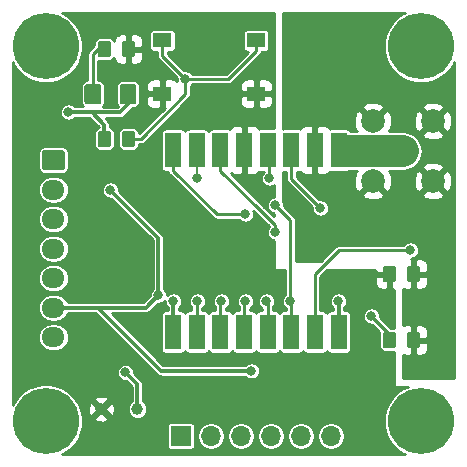
<source format=gtl>
G04 #@! TF.GenerationSoftware,KiCad,Pcbnew,(5.1.5)-3*
G04 #@! TF.CreationDate,2020-09-14T20:22:22-04:00*
G04 #@! TF.ProjectId,telemetry_breakout,74656c65-6d65-4747-9279-5f627265616b,rev?*
G04 #@! TF.SameCoordinates,Original*
G04 #@! TF.FileFunction,Copper,L1,Top*
G04 #@! TF.FilePolarity,Positive*
%FSLAX46Y46*%
G04 Gerber Fmt 4.6, Leading zero omitted, Abs format (unit mm)*
G04 Created by KiCad (PCBNEW (5.1.5)-3) date 2020-09-14 20:22:22*
%MOMM*%
%LPD*%
G04 APERTURE LIST*
%ADD10C,0.100000*%
%ADD11C,1.000000*%
%ADD12C,5.600000*%
%ADD13R,1.400000X3.000000*%
%ADD14C,2.100000*%
%ADD15C,2.000000*%
%ADD16O,1.700000X1.700000*%
%ADD17R,1.700000X1.700000*%
%ADD18O,1.950000X1.700000*%
%ADD19R,1.550000X1.300000*%
%ADD20C,0.800000*%
%ADD21C,0.304800*%
%ADD22C,0.254000*%
%ADD23C,0.203200*%
%ADD24C,2.667000*%
G04 APERTURE END LIST*
G04 #@! TA.AperFunction,SMDPad,CuDef*
D10*
G36*
X196865504Y-84470204D02*
G01*
X196889773Y-84473804D01*
X196913571Y-84479765D01*
X196936671Y-84488030D01*
X196958849Y-84498520D01*
X196979893Y-84511133D01*
X196999598Y-84525747D01*
X197017777Y-84542223D01*
X197034253Y-84560402D01*
X197048867Y-84580107D01*
X197061480Y-84601151D01*
X197071970Y-84623329D01*
X197080235Y-84646429D01*
X197086196Y-84670227D01*
X197089796Y-84694496D01*
X197091000Y-84719000D01*
X197091000Y-85969000D01*
X197089796Y-85993504D01*
X197086196Y-86017773D01*
X197080235Y-86041571D01*
X197071970Y-86064671D01*
X197061480Y-86086849D01*
X197048867Y-86107893D01*
X197034253Y-86127598D01*
X197017777Y-86145777D01*
X196999598Y-86162253D01*
X196979893Y-86176867D01*
X196958849Y-86189480D01*
X196936671Y-86199970D01*
X196913571Y-86208235D01*
X196889773Y-86214196D01*
X196865504Y-86217796D01*
X196841000Y-86219000D01*
X195916000Y-86219000D01*
X195891496Y-86217796D01*
X195867227Y-86214196D01*
X195843429Y-86208235D01*
X195820329Y-86199970D01*
X195798151Y-86189480D01*
X195777107Y-86176867D01*
X195757402Y-86162253D01*
X195739223Y-86145777D01*
X195722747Y-86127598D01*
X195708133Y-86107893D01*
X195695520Y-86086849D01*
X195685030Y-86064671D01*
X195676765Y-86041571D01*
X195670804Y-86017773D01*
X195667204Y-85993504D01*
X195666000Y-85969000D01*
X195666000Y-84719000D01*
X195667204Y-84694496D01*
X195670804Y-84670227D01*
X195676765Y-84646429D01*
X195685030Y-84623329D01*
X195695520Y-84601151D01*
X195708133Y-84580107D01*
X195722747Y-84560402D01*
X195739223Y-84542223D01*
X195757402Y-84525747D01*
X195777107Y-84511133D01*
X195798151Y-84498520D01*
X195820329Y-84488030D01*
X195843429Y-84479765D01*
X195867227Y-84473804D01*
X195891496Y-84470204D01*
X195916000Y-84469000D01*
X196841000Y-84469000D01*
X196865504Y-84470204D01*
G37*
G04 #@! TD.AperFunction*
G04 #@! TA.AperFunction,SMDPad,CuDef*
G36*
X199840504Y-84470204D02*
G01*
X199864773Y-84473804D01*
X199888571Y-84479765D01*
X199911671Y-84488030D01*
X199933849Y-84498520D01*
X199954893Y-84511133D01*
X199974598Y-84525747D01*
X199992777Y-84542223D01*
X200009253Y-84560402D01*
X200023867Y-84580107D01*
X200036480Y-84601151D01*
X200046970Y-84623329D01*
X200055235Y-84646429D01*
X200061196Y-84670227D01*
X200064796Y-84694496D01*
X200066000Y-84719000D01*
X200066000Y-85969000D01*
X200064796Y-85993504D01*
X200061196Y-86017773D01*
X200055235Y-86041571D01*
X200046970Y-86064671D01*
X200036480Y-86086849D01*
X200023867Y-86107893D01*
X200009253Y-86127598D01*
X199992777Y-86145777D01*
X199974598Y-86162253D01*
X199954893Y-86176867D01*
X199933849Y-86189480D01*
X199911671Y-86199970D01*
X199888571Y-86208235D01*
X199864773Y-86214196D01*
X199840504Y-86217796D01*
X199816000Y-86219000D01*
X198891000Y-86219000D01*
X198866496Y-86217796D01*
X198842227Y-86214196D01*
X198818429Y-86208235D01*
X198795329Y-86199970D01*
X198773151Y-86189480D01*
X198752107Y-86176867D01*
X198732402Y-86162253D01*
X198714223Y-86145777D01*
X198697747Y-86127598D01*
X198683133Y-86107893D01*
X198670520Y-86086849D01*
X198660030Y-86064671D01*
X198651765Y-86041571D01*
X198645804Y-86017773D01*
X198642204Y-85993504D01*
X198641000Y-85969000D01*
X198641000Y-84719000D01*
X198642204Y-84694496D01*
X198645804Y-84670227D01*
X198651765Y-84646429D01*
X198660030Y-84623329D01*
X198670520Y-84601151D01*
X198683133Y-84580107D01*
X198697747Y-84560402D01*
X198714223Y-84542223D01*
X198732402Y-84525747D01*
X198752107Y-84511133D01*
X198773151Y-84498520D01*
X198795329Y-84488030D01*
X198818429Y-84479765D01*
X198842227Y-84473804D01*
X198866496Y-84470204D01*
X198891000Y-84469000D01*
X199816000Y-84469000D01*
X199840504Y-84470204D01*
G37*
G04 #@! TD.AperFunction*
D11*
X200152000Y-112014000D03*
X197104000Y-112014000D03*
G04 #@! TA.AperFunction,SMDPad,CuDef*
D10*
G36*
X197698505Y-80835204D02*
G01*
X197722773Y-80838804D01*
X197746572Y-80844765D01*
X197769671Y-80853030D01*
X197791850Y-80863520D01*
X197812893Y-80876132D01*
X197832599Y-80890747D01*
X197850777Y-80907223D01*
X197867253Y-80925401D01*
X197881868Y-80945107D01*
X197894480Y-80966150D01*
X197904970Y-80988329D01*
X197913235Y-81011428D01*
X197919196Y-81035227D01*
X197922796Y-81059495D01*
X197924000Y-81083999D01*
X197924000Y-81984001D01*
X197922796Y-82008505D01*
X197919196Y-82032773D01*
X197913235Y-82056572D01*
X197904970Y-82079671D01*
X197894480Y-82101850D01*
X197881868Y-82122893D01*
X197867253Y-82142599D01*
X197850777Y-82160777D01*
X197832599Y-82177253D01*
X197812893Y-82191868D01*
X197791850Y-82204480D01*
X197769671Y-82214970D01*
X197746572Y-82223235D01*
X197722773Y-82229196D01*
X197698505Y-82232796D01*
X197674001Y-82234000D01*
X197023999Y-82234000D01*
X196999495Y-82232796D01*
X196975227Y-82229196D01*
X196951428Y-82223235D01*
X196928329Y-82214970D01*
X196906150Y-82204480D01*
X196885107Y-82191868D01*
X196865401Y-82177253D01*
X196847223Y-82160777D01*
X196830747Y-82142599D01*
X196816132Y-82122893D01*
X196803520Y-82101850D01*
X196793030Y-82079671D01*
X196784765Y-82056572D01*
X196778804Y-82032773D01*
X196775204Y-82008505D01*
X196774000Y-81984001D01*
X196774000Y-81083999D01*
X196775204Y-81059495D01*
X196778804Y-81035227D01*
X196784765Y-81011428D01*
X196793030Y-80988329D01*
X196803520Y-80966150D01*
X196816132Y-80945107D01*
X196830747Y-80925401D01*
X196847223Y-80907223D01*
X196865401Y-80890747D01*
X196885107Y-80876132D01*
X196906150Y-80863520D01*
X196928329Y-80853030D01*
X196951428Y-80844765D01*
X196975227Y-80838804D01*
X196999495Y-80835204D01*
X197023999Y-80834000D01*
X197674001Y-80834000D01*
X197698505Y-80835204D01*
G37*
G04 #@! TD.AperFunction*
G04 #@! TA.AperFunction,SMDPad,CuDef*
G36*
X199748505Y-80835204D02*
G01*
X199772773Y-80838804D01*
X199796572Y-80844765D01*
X199819671Y-80853030D01*
X199841850Y-80863520D01*
X199862893Y-80876132D01*
X199882599Y-80890747D01*
X199900777Y-80907223D01*
X199917253Y-80925401D01*
X199931868Y-80945107D01*
X199944480Y-80966150D01*
X199954970Y-80988329D01*
X199963235Y-81011428D01*
X199969196Y-81035227D01*
X199972796Y-81059495D01*
X199974000Y-81083999D01*
X199974000Y-81984001D01*
X199972796Y-82008505D01*
X199969196Y-82032773D01*
X199963235Y-82056572D01*
X199954970Y-82079671D01*
X199944480Y-82101850D01*
X199931868Y-82122893D01*
X199917253Y-82142599D01*
X199900777Y-82160777D01*
X199882599Y-82177253D01*
X199862893Y-82191868D01*
X199841850Y-82204480D01*
X199819671Y-82214970D01*
X199796572Y-82223235D01*
X199772773Y-82229196D01*
X199748505Y-82232796D01*
X199724001Y-82234000D01*
X199073999Y-82234000D01*
X199049495Y-82232796D01*
X199025227Y-82229196D01*
X199001428Y-82223235D01*
X198978329Y-82214970D01*
X198956150Y-82204480D01*
X198935107Y-82191868D01*
X198915401Y-82177253D01*
X198897223Y-82160777D01*
X198880747Y-82142599D01*
X198866132Y-82122893D01*
X198853520Y-82101850D01*
X198843030Y-82079671D01*
X198834765Y-82056572D01*
X198828804Y-82032773D01*
X198825204Y-82008505D01*
X198824000Y-81984001D01*
X198824000Y-81083999D01*
X198825204Y-81059495D01*
X198828804Y-81035227D01*
X198834765Y-81011428D01*
X198843030Y-80988329D01*
X198853520Y-80966150D01*
X198866132Y-80945107D01*
X198880747Y-80925401D01*
X198897223Y-80907223D01*
X198915401Y-80890747D01*
X198935107Y-80876132D01*
X198956150Y-80863520D01*
X198978329Y-80853030D01*
X199001428Y-80844765D01*
X199025227Y-80838804D01*
X199049495Y-80835204D01*
X199073999Y-80834000D01*
X199724001Y-80834000D01*
X199748505Y-80835204D01*
G37*
G04 #@! TD.AperFunction*
D12*
X192405000Y-113030000D03*
X192405000Y-81280000D03*
X224155000Y-81280000D03*
X224155000Y-113030000D03*
D13*
X203185000Y-105490000D03*
X205185000Y-105490000D03*
X207185000Y-105490000D03*
X209185000Y-105490000D03*
X211185000Y-105490000D03*
X213185000Y-105490000D03*
X215185000Y-105490000D03*
X217185000Y-105490000D03*
X217185000Y-90090000D03*
X215185000Y-90090000D03*
X213185000Y-90090000D03*
X211185000Y-90090000D03*
X209185000Y-90090000D03*
X207185000Y-90090000D03*
X205185000Y-90090000D03*
X203185000Y-90090000D03*
D14*
X222631000Y-90170000D03*
D15*
X220091000Y-87630000D03*
X225171000Y-87630000D03*
X225171000Y-92710000D03*
X220091000Y-92710000D03*
G04 #@! TA.AperFunction,SMDPad,CuDef*
D10*
G36*
X223878505Y-99885204D02*
G01*
X223902773Y-99888804D01*
X223926572Y-99894765D01*
X223949671Y-99903030D01*
X223971850Y-99913520D01*
X223992893Y-99926132D01*
X224012599Y-99940747D01*
X224030777Y-99957223D01*
X224047253Y-99975401D01*
X224061868Y-99995107D01*
X224074480Y-100016150D01*
X224084970Y-100038329D01*
X224093235Y-100061428D01*
X224099196Y-100085227D01*
X224102796Y-100109495D01*
X224104000Y-100133999D01*
X224104000Y-101034001D01*
X224102796Y-101058505D01*
X224099196Y-101082773D01*
X224093235Y-101106572D01*
X224084970Y-101129671D01*
X224074480Y-101151850D01*
X224061868Y-101172893D01*
X224047253Y-101192599D01*
X224030777Y-101210777D01*
X224012599Y-101227253D01*
X223992893Y-101241868D01*
X223971850Y-101254480D01*
X223949671Y-101264970D01*
X223926572Y-101273235D01*
X223902773Y-101279196D01*
X223878505Y-101282796D01*
X223854001Y-101284000D01*
X223203999Y-101284000D01*
X223179495Y-101282796D01*
X223155227Y-101279196D01*
X223131428Y-101273235D01*
X223108329Y-101264970D01*
X223086150Y-101254480D01*
X223065107Y-101241868D01*
X223045401Y-101227253D01*
X223027223Y-101210777D01*
X223010747Y-101192599D01*
X222996132Y-101172893D01*
X222983520Y-101151850D01*
X222973030Y-101129671D01*
X222964765Y-101106572D01*
X222958804Y-101082773D01*
X222955204Y-101058505D01*
X222954000Y-101034001D01*
X222954000Y-100133999D01*
X222955204Y-100109495D01*
X222958804Y-100085227D01*
X222964765Y-100061428D01*
X222973030Y-100038329D01*
X222983520Y-100016150D01*
X222996132Y-99995107D01*
X223010747Y-99975401D01*
X223027223Y-99957223D01*
X223045401Y-99940747D01*
X223065107Y-99926132D01*
X223086150Y-99913520D01*
X223108329Y-99903030D01*
X223131428Y-99894765D01*
X223155227Y-99888804D01*
X223179495Y-99885204D01*
X223203999Y-99884000D01*
X223854001Y-99884000D01*
X223878505Y-99885204D01*
G37*
G04 #@! TD.AperFunction*
G04 #@! TA.AperFunction,SMDPad,CuDef*
G36*
X221828505Y-99885204D02*
G01*
X221852773Y-99888804D01*
X221876572Y-99894765D01*
X221899671Y-99903030D01*
X221921850Y-99913520D01*
X221942893Y-99926132D01*
X221962599Y-99940747D01*
X221980777Y-99957223D01*
X221997253Y-99975401D01*
X222011868Y-99995107D01*
X222024480Y-100016150D01*
X222034970Y-100038329D01*
X222043235Y-100061428D01*
X222049196Y-100085227D01*
X222052796Y-100109495D01*
X222054000Y-100133999D01*
X222054000Y-101034001D01*
X222052796Y-101058505D01*
X222049196Y-101082773D01*
X222043235Y-101106572D01*
X222034970Y-101129671D01*
X222024480Y-101151850D01*
X222011868Y-101172893D01*
X221997253Y-101192599D01*
X221980777Y-101210777D01*
X221962599Y-101227253D01*
X221942893Y-101241868D01*
X221921850Y-101254480D01*
X221899671Y-101264970D01*
X221876572Y-101273235D01*
X221852773Y-101279196D01*
X221828505Y-101282796D01*
X221804001Y-101284000D01*
X221153999Y-101284000D01*
X221129495Y-101282796D01*
X221105227Y-101279196D01*
X221081428Y-101273235D01*
X221058329Y-101264970D01*
X221036150Y-101254480D01*
X221015107Y-101241868D01*
X220995401Y-101227253D01*
X220977223Y-101210777D01*
X220960747Y-101192599D01*
X220946132Y-101172893D01*
X220933520Y-101151850D01*
X220923030Y-101129671D01*
X220914765Y-101106572D01*
X220908804Y-101082773D01*
X220905204Y-101058505D01*
X220904000Y-101034001D01*
X220904000Y-100133999D01*
X220905204Y-100109495D01*
X220908804Y-100085227D01*
X220914765Y-100061428D01*
X220923030Y-100038329D01*
X220933520Y-100016150D01*
X220946132Y-99995107D01*
X220960747Y-99975401D01*
X220977223Y-99957223D01*
X220995401Y-99940747D01*
X221015107Y-99926132D01*
X221036150Y-99913520D01*
X221058329Y-99903030D01*
X221081428Y-99894765D01*
X221105227Y-99888804D01*
X221129495Y-99885204D01*
X221153999Y-99884000D01*
X221804001Y-99884000D01*
X221828505Y-99885204D01*
G37*
G04 #@! TD.AperFunction*
D16*
X216535000Y-114300000D03*
X213995000Y-114300000D03*
X211455000Y-114300000D03*
X208915000Y-114300000D03*
X206375000Y-114300000D03*
D17*
X203835000Y-114300000D03*
G04 #@! TA.AperFunction,SMDPad,CuDef*
D10*
G36*
X197698505Y-88455204D02*
G01*
X197722773Y-88458804D01*
X197746572Y-88464765D01*
X197769671Y-88473030D01*
X197791850Y-88483520D01*
X197812893Y-88496132D01*
X197832599Y-88510747D01*
X197850777Y-88527223D01*
X197867253Y-88545401D01*
X197881868Y-88565107D01*
X197894480Y-88586150D01*
X197904970Y-88608329D01*
X197913235Y-88631428D01*
X197919196Y-88655227D01*
X197922796Y-88679495D01*
X197924000Y-88703999D01*
X197924000Y-89604001D01*
X197922796Y-89628505D01*
X197919196Y-89652773D01*
X197913235Y-89676572D01*
X197904970Y-89699671D01*
X197894480Y-89721850D01*
X197881868Y-89742893D01*
X197867253Y-89762599D01*
X197850777Y-89780777D01*
X197832599Y-89797253D01*
X197812893Y-89811868D01*
X197791850Y-89824480D01*
X197769671Y-89834970D01*
X197746572Y-89843235D01*
X197722773Y-89849196D01*
X197698505Y-89852796D01*
X197674001Y-89854000D01*
X197023999Y-89854000D01*
X196999495Y-89852796D01*
X196975227Y-89849196D01*
X196951428Y-89843235D01*
X196928329Y-89834970D01*
X196906150Y-89824480D01*
X196885107Y-89811868D01*
X196865401Y-89797253D01*
X196847223Y-89780777D01*
X196830747Y-89762599D01*
X196816132Y-89742893D01*
X196803520Y-89721850D01*
X196793030Y-89699671D01*
X196784765Y-89676572D01*
X196778804Y-89652773D01*
X196775204Y-89628505D01*
X196774000Y-89604001D01*
X196774000Y-88703999D01*
X196775204Y-88679495D01*
X196778804Y-88655227D01*
X196784765Y-88631428D01*
X196793030Y-88608329D01*
X196803520Y-88586150D01*
X196816132Y-88565107D01*
X196830747Y-88545401D01*
X196847223Y-88527223D01*
X196865401Y-88510747D01*
X196885107Y-88496132D01*
X196906150Y-88483520D01*
X196928329Y-88473030D01*
X196951428Y-88464765D01*
X196975227Y-88458804D01*
X196999495Y-88455204D01*
X197023999Y-88454000D01*
X197674001Y-88454000D01*
X197698505Y-88455204D01*
G37*
G04 #@! TD.AperFunction*
G04 #@! TA.AperFunction,SMDPad,CuDef*
G36*
X199748505Y-88455204D02*
G01*
X199772773Y-88458804D01*
X199796572Y-88464765D01*
X199819671Y-88473030D01*
X199841850Y-88483520D01*
X199862893Y-88496132D01*
X199882599Y-88510747D01*
X199900777Y-88527223D01*
X199917253Y-88545401D01*
X199931868Y-88565107D01*
X199944480Y-88586150D01*
X199954970Y-88608329D01*
X199963235Y-88631428D01*
X199969196Y-88655227D01*
X199972796Y-88679495D01*
X199974000Y-88703999D01*
X199974000Y-89604001D01*
X199972796Y-89628505D01*
X199969196Y-89652773D01*
X199963235Y-89676572D01*
X199954970Y-89699671D01*
X199944480Y-89721850D01*
X199931868Y-89742893D01*
X199917253Y-89762599D01*
X199900777Y-89780777D01*
X199882599Y-89797253D01*
X199862893Y-89811868D01*
X199841850Y-89824480D01*
X199819671Y-89834970D01*
X199796572Y-89843235D01*
X199772773Y-89849196D01*
X199748505Y-89852796D01*
X199724001Y-89854000D01*
X199073999Y-89854000D01*
X199049495Y-89852796D01*
X199025227Y-89849196D01*
X199001428Y-89843235D01*
X198978329Y-89834970D01*
X198956150Y-89824480D01*
X198935107Y-89811868D01*
X198915401Y-89797253D01*
X198897223Y-89780777D01*
X198880747Y-89762599D01*
X198866132Y-89742893D01*
X198853520Y-89721850D01*
X198843030Y-89699671D01*
X198834765Y-89676572D01*
X198828804Y-89652773D01*
X198825204Y-89628505D01*
X198824000Y-89604001D01*
X198824000Y-88703999D01*
X198825204Y-88679495D01*
X198828804Y-88655227D01*
X198834765Y-88631428D01*
X198843030Y-88608329D01*
X198853520Y-88586150D01*
X198866132Y-88565107D01*
X198880747Y-88545401D01*
X198897223Y-88527223D01*
X198915401Y-88510747D01*
X198935107Y-88496132D01*
X198956150Y-88483520D01*
X198978329Y-88473030D01*
X199001428Y-88464765D01*
X199025227Y-88458804D01*
X199049495Y-88455204D01*
X199073999Y-88454000D01*
X199724001Y-88454000D01*
X199748505Y-88455204D01*
G37*
G04 #@! TD.AperFunction*
D18*
X193040000Y-105932000D03*
X193040000Y-103432000D03*
X193040000Y-100932000D03*
X193040000Y-98432000D03*
X193040000Y-95932000D03*
X193040000Y-93432000D03*
G04 #@! TA.AperFunction,ComponentPad*
D10*
G36*
X193789504Y-90083204D02*
G01*
X193813773Y-90086804D01*
X193837571Y-90092765D01*
X193860671Y-90101030D01*
X193882849Y-90111520D01*
X193903893Y-90124133D01*
X193923598Y-90138747D01*
X193941777Y-90155223D01*
X193958253Y-90173402D01*
X193972867Y-90193107D01*
X193985480Y-90214151D01*
X193995970Y-90236329D01*
X194004235Y-90259429D01*
X194010196Y-90283227D01*
X194013796Y-90307496D01*
X194015000Y-90332000D01*
X194015000Y-91532000D01*
X194013796Y-91556504D01*
X194010196Y-91580773D01*
X194004235Y-91604571D01*
X193995970Y-91627671D01*
X193985480Y-91649849D01*
X193972867Y-91670893D01*
X193958253Y-91690598D01*
X193941777Y-91708777D01*
X193923598Y-91725253D01*
X193903893Y-91739867D01*
X193882849Y-91752480D01*
X193860671Y-91762970D01*
X193837571Y-91771235D01*
X193813773Y-91777196D01*
X193789504Y-91780796D01*
X193765000Y-91782000D01*
X192315000Y-91782000D01*
X192290496Y-91780796D01*
X192266227Y-91777196D01*
X192242429Y-91771235D01*
X192219329Y-91762970D01*
X192197151Y-91752480D01*
X192176107Y-91739867D01*
X192156402Y-91725253D01*
X192138223Y-91708777D01*
X192121747Y-91690598D01*
X192107133Y-91670893D01*
X192094520Y-91649849D01*
X192084030Y-91627671D01*
X192075765Y-91604571D01*
X192069804Y-91580773D01*
X192066204Y-91556504D01*
X192065000Y-91532000D01*
X192065000Y-90332000D01*
X192066204Y-90307496D01*
X192069804Y-90283227D01*
X192075765Y-90259429D01*
X192084030Y-90236329D01*
X192094520Y-90214151D01*
X192107133Y-90193107D01*
X192121747Y-90173402D01*
X192138223Y-90155223D01*
X192156402Y-90138747D01*
X192176107Y-90124133D01*
X192197151Y-90111520D01*
X192219329Y-90101030D01*
X192242429Y-90092765D01*
X192266227Y-90086804D01*
X192290496Y-90083204D01*
X192315000Y-90082000D01*
X193765000Y-90082000D01*
X193789504Y-90083204D01*
G37*
G04 #@! TD.AperFunction*
D19*
X202273000Y-80808000D03*
X202273000Y-85308000D03*
X210223000Y-85308000D03*
X210223000Y-80808000D03*
G04 #@! TA.AperFunction,SMDPad,CuDef*
D10*
G36*
X221828505Y-105473204D02*
G01*
X221852773Y-105476804D01*
X221876572Y-105482765D01*
X221899671Y-105491030D01*
X221921850Y-105501520D01*
X221942893Y-105514132D01*
X221962599Y-105528747D01*
X221980777Y-105545223D01*
X221997253Y-105563401D01*
X222011868Y-105583107D01*
X222024480Y-105604150D01*
X222034970Y-105626329D01*
X222043235Y-105649428D01*
X222049196Y-105673227D01*
X222052796Y-105697495D01*
X222054000Y-105721999D01*
X222054000Y-106622001D01*
X222052796Y-106646505D01*
X222049196Y-106670773D01*
X222043235Y-106694572D01*
X222034970Y-106717671D01*
X222024480Y-106739850D01*
X222011868Y-106760893D01*
X221997253Y-106780599D01*
X221980777Y-106798777D01*
X221962599Y-106815253D01*
X221942893Y-106829868D01*
X221921850Y-106842480D01*
X221899671Y-106852970D01*
X221876572Y-106861235D01*
X221852773Y-106867196D01*
X221828505Y-106870796D01*
X221804001Y-106872000D01*
X221153999Y-106872000D01*
X221129495Y-106870796D01*
X221105227Y-106867196D01*
X221081428Y-106861235D01*
X221058329Y-106852970D01*
X221036150Y-106842480D01*
X221015107Y-106829868D01*
X220995401Y-106815253D01*
X220977223Y-106798777D01*
X220960747Y-106780599D01*
X220946132Y-106760893D01*
X220933520Y-106739850D01*
X220923030Y-106717671D01*
X220914765Y-106694572D01*
X220908804Y-106670773D01*
X220905204Y-106646505D01*
X220904000Y-106622001D01*
X220904000Y-105721999D01*
X220905204Y-105697495D01*
X220908804Y-105673227D01*
X220914765Y-105649428D01*
X220923030Y-105626329D01*
X220933520Y-105604150D01*
X220946132Y-105583107D01*
X220960747Y-105563401D01*
X220977223Y-105545223D01*
X220995401Y-105528747D01*
X221015107Y-105514132D01*
X221036150Y-105501520D01*
X221058329Y-105491030D01*
X221081428Y-105482765D01*
X221105227Y-105476804D01*
X221129495Y-105473204D01*
X221153999Y-105472000D01*
X221804001Y-105472000D01*
X221828505Y-105473204D01*
G37*
G04 #@! TD.AperFunction*
G04 #@! TA.AperFunction,SMDPad,CuDef*
G36*
X223878505Y-105473204D02*
G01*
X223902773Y-105476804D01*
X223926572Y-105482765D01*
X223949671Y-105491030D01*
X223971850Y-105501520D01*
X223992893Y-105514132D01*
X224012599Y-105528747D01*
X224030777Y-105545223D01*
X224047253Y-105563401D01*
X224061868Y-105583107D01*
X224074480Y-105604150D01*
X224084970Y-105626329D01*
X224093235Y-105649428D01*
X224099196Y-105673227D01*
X224102796Y-105697495D01*
X224104000Y-105721999D01*
X224104000Y-106622001D01*
X224102796Y-106646505D01*
X224099196Y-106670773D01*
X224093235Y-106694572D01*
X224084970Y-106717671D01*
X224074480Y-106739850D01*
X224061868Y-106760893D01*
X224047253Y-106780599D01*
X224030777Y-106798777D01*
X224012599Y-106815253D01*
X223992893Y-106829868D01*
X223971850Y-106842480D01*
X223949671Y-106852970D01*
X223926572Y-106861235D01*
X223902773Y-106867196D01*
X223878505Y-106870796D01*
X223854001Y-106872000D01*
X223203999Y-106872000D01*
X223179495Y-106870796D01*
X223155227Y-106867196D01*
X223131428Y-106861235D01*
X223108329Y-106852970D01*
X223086150Y-106842480D01*
X223065107Y-106829868D01*
X223045401Y-106815253D01*
X223027223Y-106798777D01*
X223010747Y-106780599D01*
X222996132Y-106760893D01*
X222983520Y-106739850D01*
X222973030Y-106717671D01*
X222964765Y-106694572D01*
X222958804Y-106670773D01*
X222955204Y-106646505D01*
X222954000Y-106622001D01*
X222954000Y-105721999D01*
X222955204Y-105697495D01*
X222958804Y-105673227D01*
X222964765Y-105649428D01*
X222973030Y-105626329D01*
X222983520Y-105604150D01*
X222996132Y-105583107D01*
X223010747Y-105563401D01*
X223027223Y-105545223D01*
X223045401Y-105528747D01*
X223065107Y-105514132D01*
X223086150Y-105501520D01*
X223108329Y-105491030D01*
X223131428Y-105482765D01*
X223155227Y-105476804D01*
X223179495Y-105473204D01*
X223203999Y-105472000D01*
X223854001Y-105472000D01*
X223878505Y-105473204D01*
G37*
G04 #@! TD.AperFunction*
D20*
X219964000Y-104140000D03*
X209804000Y-108778600D03*
X201930000Y-102362000D03*
X197866000Y-93472000D03*
X217170000Y-102870000D03*
X203200000Y-102870000D03*
X226314000Y-108966000D03*
X226314000Y-107950000D03*
X226314000Y-106934000D03*
X226314000Y-105918000D03*
X226314000Y-104902000D03*
X226314000Y-103886000D03*
X226314000Y-102870000D03*
X226314000Y-101854000D03*
X226314000Y-100838000D03*
X226314000Y-99822000D03*
X226314000Y-98806000D03*
X226314000Y-97790000D03*
X226314000Y-96774000D03*
X226314000Y-95758000D03*
X226314000Y-84582000D03*
X212852000Y-79248000D03*
X212852000Y-80264000D03*
X212852000Y-81280000D03*
X212852000Y-82296000D03*
X212852000Y-83312000D03*
X212852000Y-87376000D03*
X212852000Y-86360000D03*
X212852000Y-85344000D03*
X212852000Y-84328000D03*
X213868000Y-79248000D03*
X214884000Y-79248000D03*
X215900000Y-79248000D03*
X216916000Y-79248000D03*
X217932000Y-79248000D03*
X218948000Y-79248000D03*
X219964000Y-79248000D03*
X220980000Y-79248000D03*
X225044000Y-90170000D03*
X222631000Y-87757000D03*
X222631000Y-92583000D03*
X215646000Y-92710000D03*
X216662000Y-92710000D03*
X215646000Y-87630000D03*
X216662000Y-87630000D03*
X217678000Y-87630000D03*
X217678000Y-92710000D03*
X199136000Y-108902500D03*
X194310000Y-86868000D03*
X202946000Y-100076000D03*
X219964000Y-102616000D03*
X196850000Y-108890000D03*
X209169000Y-87503000D03*
X213106000Y-102870000D03*
X204216000Y-84074000D03*
X211836000Y-94742000D03*
X211074000Y-102870000D03*
X209296000Y-102870000D03*
X205232000Y-102870000D03*
X207264000Y-102870000D03*
X223266000Y-98552000D03*
X211328000Y-92456000D03*
X215646000Y-94996000D03*
X209291794Y-95508283D03*
X205232000Y-92456000D03*
X211836000Y-97028000D03*
D21*
X221479000Y-105655000D02*
X219964000Y-104140000D01*
X221479000Y-106172000D02*
X221479000Y-105655000D01*
X193040000Y-103432000D02*
X196796000Y-103432000D01*
X202142600Y-108778600D02*
X196796000Y-103432000D01*
X209804000Y-108778600D02*
X202142600Y-108778600D01*
X196796000Y-103432000D02*
X200860000Y-103432000D01*
X200860000Y-103432000D02*
X201930000Y-102362000D01*
X201930000Y-97536000D02*
X197866000Y-93472000D01*
X201930000Y-102362000D02*
X201930000Y-97536000D01*
X203185000Y-102885000D02*
X203200000Y-102870000D01*
X203185000Y-103901000D02*
X203185000Y-102885000D01*
X203185000Y-103901000D02*
X203185000Y-105490000D01*
X203185000Y-103685200D02*
X203185000Y-103901000D01*
X217185000Y-102885000D02*
X217170000Y-102870000D01*
X217185000Y-105490000D02*
X217185000Y-102885000D01*
X199161500Y-108928000D02*
X199136000Y-108902500D01*
X200152000Y-109918500D02*
X200152000Y-112014000D01*
X199136000Y-108902500D02*
X200152000Y-109918500D01*
X197349000Y-88646000D02*
X197349000Y-87946000D01*
X199161500Y-85819000D02*
X199161500Y-85344000D01*
X197349000Y-87946000D02*
X196306500Y-86903500D01*
X199353500Y-86219000D02*
X198669000Y-86903500D01*
X199353500Y-85344000D02*
X199353500Y-86219000D01*
X194310000Y-86868000D02*
X196342000Y-86868000D01*
X198669000Y-86903500D02*
X196342000Y-86868000D01*
X196342000Y-86868000D02*
X196306500Y-86903500D01*
X219955000Y-102607000D02*
X219964000Y-102616000D01*
X221479000Y-100584000D02*
X221479000Y-101101000D01*
X209169000Y-90074000D02*
X209185000Y-90090000D01*
X209169000Y-87503000D02*
X209169000Y-90074000D01*
D22*
X199161500Y-81009500D02*
X199399000Y-80772000D01*
D23*
X213185000Y-105490000D02*
X213185000Y-106815000D01*
X213106000Y-105411000D02*
X213185000Y-105490000D01*
X204177800Y-84074000D02*
X204216000Y-84074000D01*
D22*
X213185000Y-102949000D02*
X213106000Y-102870000D01*
X213185000Y-105490000D02*
X213185000Y-102949000D01*
X202273000Y-82131000D02*
X204216000Y-84074000D01*
X202273000Y-80808000D02*
X202273000Y-82131000D01*
X210223000Y-81712000D02*
X210223000Y-80808000D01*
X207861000Y-84074000D02*
X210223000Y-81712000D01*
X204216000Y-84074000D02*
X207861000Y-84074000D01*
X213106000Y-96012000D02*
X211836000Y-94742000D01*
X213106000Y-102870000D02*
X213106000Y-96012000D01*
X204216000Y-85378602D02*
X204216000Y-85344000D01*
X199399000Y-89154000D02*
X200440602Y-89154000D01*
X200440602Y-89154000D02*
X204216000Y-85378602D01*
X204216000Y-84074000D02*
X204216000Y-85344000D01*
D23*
X211074000Y-105379000D02*
X211185000Y-105490000D01*
D22*
X211185000Y-102981000D02*
X211074000Y-102870000D01*
X211185000Y-105490000D02*
X211185000Y-102981000D01*
D23*
X209296000Y-105379000D02*
X209185000Y-105490000D01*
D22*
X209185000Y-102981000D02*
X209296000Y-102870000D01*
X209185000Y-105490000D02*
X209185000Y-102981000D01*
D23*
X205232000Y-105443000D02*
X205185000Y-105490000D01*
D22*
X205185000Y-102917000D02*
X205232000Y-102870000D01*
X205185000Y-105490000D02*
X205185000Y-102917000D01*
D23*
X207264000Y-105411000D02*
X207185000Y-105490000D01*
D22*
X207185000Y-102949000D02*
X207264000Y-102870000D01*
X207185000Y-105490000D02*
X207185000Y-102949000D01*
X223266000Y-98552000D02*
X217233500Y-98552000D01*
X217233500Y-98552000D02*
X215185000Y-100600500D01*
X215185000Y-100600500D02*
X215185000Y-105490000D01*
X211328000Y-90233000D02*
X211185000Y-90090000D01*
X211328000Y-92456000D02*
X211328000Y-90233000D01*
D23*
X213360000Y-90265000D02*
X213185000Y-90090000D01*
D22*
X215646000Y-94996000D02*
X213185000Y-92535000D01*
X213185000Y-92535000D02*
X213185000Y-90090000D01*
D23*
X203200000Y-90105000D02*
X203185000Y-90090000D01*
D22*
X208726109Y-95508283D02*
X209291794Y-95508283D01*
X206849283Y-95508283D02*
X208726109Y-95508283D01*
X203185000Y-91844000D02*
X206849283Y-95508283D01*
X203185000Y-90090000D02*
X203185000Y-91844000D01*
D23*
X205232000Y-90137000D02*
X205185000Y-90090000D01*
X205232000Y-92456000D02*
X205232000Y-90137000D01*
D22*
X207185000Y-91844000D02*
X207185000Y-90090000D01*
X210439000Y-95065315D02*
X210439000Y-95059500D01*
X211836000Y-96462315D02*
X210439000Y-95065315D01*
X211836000Y-97028000D02*
X211836000Y-96462315D01*
X210439000Y-95059500D02*
X207185000Y-91844000D01*
D21*
X217265000Y-90170000D02*
X217185000Y-90090000D01*
D24*
X222631000Y-90170000D02*
X217932000Y-90170000D01*
D22*
X196378500Y-81929500D02*
X196774000Y-81534000D01*
X196774000Y-81534000D02*
X197349000Y-81534000D01*
X196378500Y-85344000D02*
X196378500Y-81929500D01*
G36*
X211709000Y-88258203D02*
G01*
X210485000Y-88258203D01*
X210430536Y-88263567D01*
X210415537Y-88235506D01*
X210336185Y-88138815D01*
X210239494Y-88059463D01*
X210129180Y-88000498D01*
X210009482Y-87964188D01*
X209885000Y-87951928D01*
X209470750Y-87955000D01*
X209312000Y-88113750D01*
X209312000Y-89963000D01*
X209332000Y-89963000D01*
X209332000Y-90217000D01*
X209312000Y-90217000D01*
X209312000Y-92066250D01*
X209470750Y-92225000D01*
X209885000Y-92228072D01*
X210009482Y-92215812D01*
X210129180Y-92179502D01*
X210239494Y-92120537D01*
X210336185Y-92041185D01*
X210415537Y-91944494D01*
X210430536Y-91916433D01*
X210485000Y-91921797D01*
X210829545Y-91921797D01*
X210760817Y-91990525D01*
X210680905Y-92110121D01*
X210625861Y-92243009D01*
X210597800Y-92384082D01*
X210597800Y-92527918D01*
X210625861Y-92668991D01*
X210680905Y-92801879D01*
X210760817Y-92921475D01*
X210862525Y-93023183D01*
X210982121Y-93103095D01*
X211115009Y-93158139D01*
X211256082Y-93186200D01*
X211399918Y-93186200D01*
X211540991Y-93158139D01*
X211673879Y-93103095D01*
X211709000Y-93079628D01*
X211709000Y-94022756D01*
X211623009Y-94039861D01*
X211490121Y-94094905D01*
X211370525Y-94174817D01*
X211268817Y-94276525D01*
X211188905Y-94396121D01*
X211133861Y-94529009D01*
X211105800Y-94670082D01*
X211105800Y-94813918D01*
X211133861Y-94954991D01*
X211188905Y-95087879D01*
X211268817Y-95207475D01*
X211370525Y-95309183D01*
X211490121Y-95389095D01*
X211623009Y-95444139D01*
X211709000Y-95461244D01*
X211709000Y-95688737D01*
X210805743Y-94785481D01*
X210791498Y-94768333D01*
X210763853Y-94734647D01*
X210745357Y-94719467D01*
X208040841Y-92046951D01*
X208130506Y-92120537D01*
X208240820Y-92179502D01*
X208360518Y-92215812D01*
X208485000Y-92228072D01*
X208899250Y-92225000D01*
X209058000Y-92066250D01*
X209058000Y-90217000D01*
X209038000Y-90217000D01*
X209038000Y-89963000D01*
X209058000Y-89963000D01*
X209058000Y-88113750D01*
X208899250Y-87955000D01*
X208485000Y-87951928D01*
X208360518Y-87964188D01*
X208240820Y-88000498D01*
X208130506Y-88059463D01*
X208033815Y-88138815D01*
X207954463Y-88235506D01*
X207939464Y-88263567D01*
X207885000Y-88258203D01*
X206485000Y-88258203D01*
X206420270Y-88264578D01*
X206358027Y-88283460D01*
X206300663Y-88314121D01*
X206250384Y-88355384D01*
X206209121Y-88405663D01*
X206185000Y-88450791D01*
X206160879Y-88405663D01*
X206119616Y-88355384D01*
X206069337Y-88314121D01*
X206011973Y-88283460D01*
X205949730Y-88264578D01*
X205885000Y-88258203D01*
X204485000Y-88258203D01*
X204420270Y-88264578D01*
X204358027Y-88283460D01*
X204300663Y-88314121D01*
X204250384Y-88355384D01*
X204209121Y-88405663D01*
X204185000Y-88450791D01*
X204160879Y-88405663D01*
X204119616Y-88355384D01*
X204069337Y-88314121D01*
X204011973Y-88283460D01*
X203949730Y-88264578D01*
X203885000Y-88258203D01*
X202485000Y-88258203D01*
X202420270Y-88264578D01*
X202358027Y-88283460D01*
X202300663Y-88314121D01*
X202250384Y-88355384D01*
X202209121Y-88405663D01*
X202178460Y-88463027D01*
X202159578Y-88525270D01*
X202153203Y-88590000D01*
X202153203Y-91590000D01*
X202159578Y-91654730D01*
X202178460Y-91716973D01*
X202209121Y-91774337D01*
X202250384Y-91824616D01*
X202300663Y-91865879D01*
X202358027Y-91896540D01*
X202420270Y-91915422D01*
X202485000Y-91921797D01*
X202733251Y-91921797D01*
X202734416Y-91933627D01*
X202759328Y-92015747D01*
X202760560Y-92019809D01*
X202803013Y-92099235D01*
X202838781Y-92142817D01*
X202860148Y-92168853D01*
X202877593Y-92183170D01*
X206510118Y-95815697D01*
X206524430Y-95833136D01*
X206541869Y-95847448D01*
X206541875Y-95847454D01*
X206594047Y-95890270D01*
X206673473Y-95932724D01*
X206693532Y-95938809D01*
X206759656Y-95958868D01*
X206826823Y-95965483D01*
X206826833Y-95965483D01*
X206849283Y-95967694D01*
X206871733Y-95965483D01*
X208719082Y-95965483D01*
X208724611Y-95973758D01*
X208826319Y-96075466D01*
X208945915Y-96155378D01*
X209078803Y-96210422D01*
X209219876Y-96238483D01*
X209363712Y-96238483D01*
X209504785Y-96210422D01*
X209637673Y-96155378D01*
X209757269Y-96075466D01*
X209858977Y-95973758D01*
X209938889Y-95854162D01*
X209993933Y-95721274D01*
X210021994Y-95580201D01*
X210021994Y-95436365D01*
X209993933Y-95295292D01*
X209970912Y-95239715D01*
X210075453Y-95343019D01*
X210114147Y-95390168D01*
X210131597Y-95404489D01*
X211279225Y-96552117D01*
X211268817Y-96562525D01*
X211188905Y-96682121D01*
X211133861Y-96815009D01*
X211105800Y-96956082D01*
X211105800Y-97099918D01*
X211133861Y-97240991D01*
X211188905Y-97373879D01*
X211268817Y-97493475D01*
X211370525Y-97595183D01*
X211490121Y-97675095D01*
X211623009Y-97730139D01*
X211709000Y-97747244D01*
X211709000Y-100076000D01*
X211711440Y-100100776D01*
X211718667Y-100124601D01*
X211730403Y-100146557D01*
X211746197Y-100165803D01*
X211765443Y-100181597D01*
X211787399Y-100193333D01*
X211811224Y-100200560D01*
X211836000Y-100203000D01*
X212648800Y-100203000D01*
X212648800Y-102297288D01*
X212640525Y-102302817D01*
X212538817Y-102404525D01*
X212458905Y-102524121D01*
X212403861Y-102657009D01*
X212375800Y-102798082D01*
X212375800Y-102941918D01*
X212403861Y-103082991D01*
X212458905Y-103215879D01*
X212538817Y-103335475D01*
X212640525Y-103437183D01*
X212727801Y-103495499D01*
X212727801Y-103658203D01*
X212485000Y-103658203D01*
X212420270Y-103664578D01*
X212358027Y-103683460D01*
X212300663Y-103714121D01*
X212250384Y-103755384D01*
X212209121Y-103805663D01*
X212185000Y-103850791D01*
X212160879Y-103805663D01*
X212119616Y-103755384D01*
X212069337Y-103714121D01*
X212011973Y-103683460D01*
X211949730Y-103664578D01*
X211885000Y-103658203D01*
X211642200Y-103658203D01*
X211642200Y-103333953D01*
X211721095Y-103215879D01*
X211776139Y-103082991D01*
X211804200Y-102941918D01*
X211804200Y-102798082D01*
X211776139Y-102657009D01*
X211721095Y-102524121D01*
X211641183Y-102404525D01*
X211539475Y-102302817D01*
X211419879Y-102222905D01*
X211286991Y-102167861D01*
X211145918Y-102139800D01*
X211002082Y-102139800D01*
X210861009Y-102167861D01*
X210728121Y-102222905D01*
X210608525Y-102302817D01*
X210506817Y-102404525D01*
X210426905Y-102524121D01*
X210371861Y-102657009D01*
X210343800Y-102798082D01*
X210343800Y-102941918D01*
X210371861Y-103082991D01*
X210426905Y-103215879D01*
X210506817Y-103335475D01*
X210608525Y-103437183D01*
X210727801Y-103516881D01*
X210727801Y-103658203D01*
X210485000Y-103658203D01*
X210420270Y-103664578D01*
X210358027Y-103683460D01*
X210300663Y-103714121D01*
X210250384Y-103755384D01*
X210209121Y-103805663D01*
X210185000Y-103850791D01*
X210160879Y-103805663D01*
X210119616Y-103755384D01*
X210069337Y-103714121D01*
X210011973Y-103683460D01*
X209949730Y-103664578D01*
X209885000Y-103658203D01*
X209642200Y-103658203D01*
X209642200Y-103516881D01*
X209761475Y-103437183D01*
X209863183Y-103335475D01*
X209943095Y-103215879D01*
X209998139Y-103082991D01*
X210026200Y-102941918D01*
X210026200Y-102798082D01*
X209998139Y-102657009D01*
X209943095Y-102524121D01*
X209863183Y-102404525D01*
X209761475Y-102302817D01*
X209641879Y-102222905D01*
X209508991Y-102167861D01*
X209367918Y-102139800D01*
X209224082Y-102139800D01*
X209083009Y-102167861D01*
X208950121Y-102222905D01*
X208830525Y-102302817D01*
X208728817Y-102404525D01*
X208648905Y-102524121D01*
X208593861Y-102657009D01*
X208565800Y-102798082D01*
X208565800Y-102941918D01*
X208593861Y-103082991D01*
X208648905Y-103215879D01*
X208727801Y-103333954D01*
X208727801Y-103658203D01*
X208485000Y-103658203D01*
X208420270Y-103664578D01*
X208358027Y-103683460D01*
X208300663Y-103714121D01*
X208250384Y-103755384D01*
X208209121Y-103805663D01*
X208185000Y-103850791D01*
X208160879Y-103805663D01*
X208119616Y-103755384D01*
X208069337Y-103714121D01*
X208011973Y-103683460D01*
X207949730Y-103664578D01*
X207885000Y-103658203D01*
X207642200Y-103658203D01*
X207642200Y-103495499D01*
X207729475Y-103437183D01*
X207831183Y-103335475D01*
X207911095Y-103215879D01*
X207966139Y-103082991D01*
X207994200Y-102941918D01*
X207994200Y-102798082D01*
X207966139Y-102657009D01*
X207911095Y-102524121D01*
X207831183Y-102404525D01*
X207729475Y-102302817D01*
X207609879Y-102222905D01*
X207476991Y-102167861D01*
X207335918Y-102139800D01*
X207192082Y-102139800D01*
X207051009Y-102167861D01*
X206918121Y-102222905D01*
X206798525Y-102302817D01*
X206696817Y-102404525D01*
X206616905Y-102524121D01*
X206561861Y-102657009D01*
X206533800Y-102798082D01*
X206533800Y-102941918D01*
X206561861Y-103082991D01*
X206616905Y-103215879D01*
X206696817Y-103335475D01*
X206727801Y-103366459D01*
X206727801Y-103658203D01*
X206485000Y-103658203D01*
X206420270Y-103664578D01*
X206358027Y-103683460D01*
X206300663Y-103714121D01*
X206250384Y-103755384D01*
X206209121Y-103805663D01*
X206185000Y-103850791D01*
X206160879Y-103805663D01*
X206119616Y-103755384D01*
X206069337Y-103714121D01*
X206011973Y-103683460D01*
X205949730Y-103664578D01*
X205885000Y-103658203D01*
X205642200Y-103658203D01*
X205642200Y-103474117D01*
X205697475Y-103437183D01*
X205799183Y-103335475D01*
X205879095Y-103215879D01*
X205934139Y-103082991D01*
X205962200Y-102941918D01*
X205962200Y-102798082D01*
X205934139Y-102657009D01*
X205879095Y-102524121D01*
X205799183Y-102404525D01*
X205697475Y-102302817D01*
X205577879Y-102222905D01*
X205444991Y-102167861D01*
X205303918Y-102139800D01*
X205160082Y-102139800D01*
X205019009Y-102167861D01*
X204886121Y-102222905D01*
X204766525Y-102302817D01*
X204664817Y-102404525D01*
X204584905Y-102524121D01*
X204529861Y-102657009D01*
X204501800Y-102798082D01*
X204501800Y-102941918D01*
X204529861Y-103082991D01*
X204584905Y-103215879D01*
X204664817Y-103335475D01*
X204727801Y-103398459D01*
X204727801Y-103658203D01*
X204485000Y-103658203D01*
X204420270Y-103664578D01*
X204358027Y-103683460D01*
X204300663Y-103714121D01*
X204250384Y-103755384D01*
X204209121Y-103805663D01*
X204185000Y-103850791D01*
X204160879Y-103805663D01*
X204119616Y-103755384D01*
X204069337Y-103714121D01*
X204011973Y-103683460D01*
X203949730Y-103664578D01*
X203885000Y-103658203D01*
X203667600Y-103658203D01*
X203667600Y-103435058D01*
X203767183Y-103335475D01*
X203847095Y-103215879D01*
X203902139Y-103082991D01*
X203930200Y-102941918D01*
X203930200Y-102798082D01*
X203902139Y-102657009D01*
X203847095Y-102524121D01*
X203767183Y-102404525D01*
X203665475Y-102302817D01*
X203545879Y-102222905D01*
X203412991Y-102167861D01*
X203271918Y-102139800D01*
X203128082Y-102139800D01*
X202987009Y-102167861D01*
X202854121Y-102222905D01*
X202734525Y-102302817D01*
X202660200Y-102377142D01*
X202660200Y-102290082D01*
X202632139Y-102149009D01*
X202577095Y-102016121D01*
X202497183Y-101896525D01*
X202412600Y-101811942D01*
X202412600Y-97559707D01*
X202414935Y-97536000D01*
X202405617Y-97441393D01*
X202378022Y-97350423D01*
X202342109Y-97283236D01*
X202333209Y-97266585D01*
X202272901Y-97193099D01*
X202254488Y-97177988D01*
X198596200Y-93519701D01*
X198596200Y-93400082D01*
X198568139Y-93259009D01*
X198513095Y-93126121D01*
X198433183Y-93006525D01*
X198331475Y-92904817D01*
X198211879Y-92824905D01*
X198078991Y-92769861D01*
X197937918Y-92741800D01*
X197794082Y-92741800D01*
X197653009Y-92769861D01*
X197520121Y-92824905D01*
X197400525Y-92904817D01*
X197298817Y-93006525D01*
X197218905Y-93126121D01*
X197163861Y-93259009D01*
X197135800Y-93400082D01*
X197135800Y-93543918D01*
X197163861Y-93684991D01*
X197218905Y-93817879D01*
X197298817Y-93937475D01*
X197400525Y-94039183D01*
X197520121Y-94119095D01*
X197653009Y-94174139D01*
X197794082Y-94202200D01*
X197913701Y-94202200D01*
X201447401Y-97735901D01*
X201447400Y-101811942D01*
X201362817Y-101896525D01*
X201282905Y-102016121D01*
X201227861Y-102149009D01*
X201199800Y-102290082D01*
X201199800Y-102409700D01*
X200660101Y-102949400D01*
X196819705Y-102949400D01*
X196796000Y-102947065D01*
X196772295Y-102949400D01*
X194245259Y-102949400D01*
X194151048Y-102773144D01*
X194003565Y-102593435D01*
X193823856Y-102445952D01*
X193618828Y-102336362D01*
X193396360Y-102268877D01*
X193222975Y-102251800D01*
X192857025Y-102251800D01*
X192683640Y-102268877D01*
X192461172Y-102336362D01*
X192256144Y-102445952D01*
X192076435Y-102593435D01*
X191928952Y-102773144D01*
X191819362Y-102978172D01*
X191751877Y-103200640D01*
X191729090Y-103432000D01*
X191751877Y-103663360D01*
X191819362Y-103885828D01*
X191928952Y-104090856D01*
X192076435Y-104270565D01*
X192256144Y-104418048D01*
X192461172Y-104527638D01*
X192683640Y-104595123D01*
X192857025Y-104612200D01*
X193222975Y-104612200D01*
X193396360Y-104595123D01*
X193618828Y-104527638D01*
X193823856Y-104418048D01*
X194003565Y-104270565D01*
X194151048Y-104090856D01*
X194245259Y-103914600D01*
X196596101Y-103914600D01*
X201784583Y-109103082D01*
X201799699Y-109121501D01*
X201873185Y-109181809D01*
X201957023Y-109226622D01*
X202047994Y-109254217D01*
X202118893Y-109261200D01*
X202118894Y-109261200D01*
X202142599Y-109263535D01*
X202166304Y-109261200D01*
X209253942Y-109261200D01*
X209338525Y-109345783D01*
X209458121Y-109425695D01*
X209591009Y-109480739D01*
X209732082Y-109508800D01*
X209875918Y-109508800D01*
X210016991Y-109480739D01*
X210149879Y-109425695D01*
X210269475Y-109345783D01*
X210371183Y-109244075D01*
X210451095Y-109124479D01*
X210506139Y-108991591D01*
X210534200Y-108850518D01*
X210534200Y-108706682D01*
X210506139Y-108565609D01*
X210451095Y-108432721D01*
X210371183Y-108313125D01*
X210269475Y-108211417D01*
X210149879Y-108131505D01*
X210016991Y-108076461D01*
X209875918Y-108048400D01*
X209732082Y-108048400D01*
X209591009Y-108076461D01*
X209458121Y-108131505D01*
X209338525Y-108211417D01*
X209253942Y-108296000D01*
X202342499Y-108296000D01*
X197961099Y-103914600D01*
X200836295Y-103914600D01*
X200860000Y-103916935D01*
X200883705Y-103914600D01*
X200883707Y-103914600D01*
X200954606Y-103907617D01*
X201045577Y-103880022D01*
X201129415Y-103835209D01*
X201202901Y-103774901D01*
X201218017Y-103756482D01*
X201882300Y-103092200D01*
X202001918Y-103092200D01*
X202142991Y-103064139D01*
X202275879Y-103009095D01*
X202395475Y-102929183D01*
X202469800Y-102854858D01*
X202469800Y-102941918D01*
X202497861Y-103082991D01*
X202552905Y-103215879D01*
X202632817Y-103335475D01*
X202702400Y-103405058D01*
X202702400Y-103658203D01*
X202485000Y-103658203D01*
X202420270Y-103664578D01*
X202358027Y-103683460D01*
X202300663Y-103714121D01*
X202250384Y-103755384D01*
X202209121Y-103805663D01*
X202178460Y-103863027D01*
X202159578Y-103925270D01*
X202153203Y-103990000D01*
X202153203Y-106990000D01*
X202159578Y-107054730D01*
X202178460Y-107116973D01*
X202209121Y-107174337D01*
X202250384Y-107224616D01*
X202300663Y-107265879D01*
X202358027Y-107296540D01*
X202420270Y-107315422D01*
X202485000Y-107321797D01*
X203885000Y-107321797D01*
X203949730Y-107315422D01*
X204011973Y-107296540D01*
X204069337Y-107265879D01*
X204119616Y-107224616D01*
X204160879Y-107174337D01*
X204185000Y-107129209D01*
X204209121Y-107174337D01*
X204250384Y-107224616D01*
X204300663Y-107265879D01*
X204358027Y-107296540D01*
X204420270Y-107315422D01*
X204485000Y-107321797D01*
X205885000Y-107321797D01*
X205949730Y-107315422D01*
X206011973Y-107296540D01*
X206069337Y-107265879D01*
X206119616Y-107224616D01*
X206160879Y-107174337D01*
X206185000Y-107129209D01*
X206209121Y-107174337D01*
X206250384Y-107224616D01*
X206300663Y-107265879D01*
X206358027Y-107296540D01*
X206420270Y-107315422D01*
X206485000Y-107321797D01*
X207885000Y-107321797D01*
X207949730Y-107315422D01*
X208011973Y-107296540D01*
X208069337Y-107265879D01*
X208119616Y-107224616D01*
X208160879Y-107174337D01*
X208185000Y-107129209D01*
X208209121Y-107174337D01*
X208250384Y-107224616D01*
X208300663Y-107265879D01*
X208358027Y-107296540D01*
X208420270Y-107315422D01*
X208485000Y-107321797D01*
X209885000Y-107321797D01*
X209949730Y-107315422D01*
X210011973Y-107296540D01*
X210069337Y-107265879D01*
X210119616Y-107224616D01*
X210160879Y-107174337D01*
X210185000Y-107129209D01*
X210209121Y-107174337D01*
X210250384Y-107224616D01*
X210300663Y-107265879D01*
X210358027Y-107296540D01*
X210420270Y-107315422D01*
X210485000Y-107321797D01*
X211885000Y-107321797D01*
X211949730Y-107315422D01*
X212011973Y-107296540D01*
X212069337Y-107265879D01*
X212119616Y-107224616D01*
X212160879Y-107174337D01*
X212185000Y-107129209D01*
X212209121Y-107174337D01*
X212250384Y-107224616D01*
X212300663Y-107265879D01*
X212358027Y-107296540D01*
X212420270Y-107315422D01*
X212485000Y-107321797D01*
X213885000Y-107321797D01*
X213949730Y-107315422D01*
X214011973Y-107296540D01*
X214069337Y-107265879D01*
X214119616Y-107224616D01*
X214160879Y-107174337D01*
X214185000Y-107129209D01*
X214209121Y-107174337D01*
X214250384Y-107224616D01*
X214300663Y-107265879D01*
X214358027Y-107296540D01*
X214420270Y-107315422D01*
X214485000Y-107321797D01*
X215885000Y-107321797D01*
X215949730Y-107315422D01*
X216011973Y-107296540D01*
X216069337Y-107265879D01*
X216119616Y-107224616D01*
X216160879Y-107174337D01*
X216185000Y-107129209D01*
X216209121Y-107174337D01*
X216250384Y-107224616D01*
X216300663Y-107265879D01*
X216358027Y-107296540D01*
X216420270Y-107315422D01*
X216485000Y-107321797D01*
X217885000Y-107321797D01*
X217949730Y-107315422D01*
X218011973Y-107296540D01*
X218069337Y-107265879D01*
X218119616Y-107224616D01*
X218160879Y-107174337D01*
X218191540Y-107116973D01*
X218210422Y-107054730D01*
X218216797Y-106990000D01*
X218216797Y-103990000D01*
X218210422Y-103925270D01*
X218191540Y-103863027D01*
X218160879Y-103805663D01*
X218119616Y-103755384D01*
X218069337Y-103714121D01*
X218011973Y-103683460D01*
X217949730Y-103664578D01*
X217885000Y-103658203D01*
X217667600Y-103658203D01*
X217667600Y-103405058D01*
X217737183Y-103335475D01*
X217817095Y-103215879D01*
X217872139Y-103082991D01*
X217900200Y-102941918D01*
X217900200Y-102798082D01*
X217872139Y-102657009D01*
X217817095Y-102524121D01*
X217737183Y-102404525D01*
X217635475Y-102302817D01*
X217515879Y-102222905D01*
X217382991Y-102167861D01*
X217241918Y-102139800D01*
X217098082Y-102139800D01*
X216957009Y-102167861D01*
X216824121Y-102222905D01*
X216704525Y-102302817D01*
X216602817Y-102404525D01*
X216522905Y-102524121D01*
X216467861Y-102657009D01*
X216439800Y-102798082D01*
X216439800Y-102941918D01*
X216467861Y-103082991D01*
X216522905Y-103215879D01*
X216602817Y-103335475D01*
X216702401Y-103435059D01*
X216702401Y-103658203D01*
X216485000Y-103658203D01*
X216420270Y-103664578D01*
X216358027Y-103683460D01*
X216300663Y-103714121D01*
X216250384Y-103755384D01*
X216209121Y-103805663D01*
X216185000Y-103850791D01*
X216160879Y-103805663D01*
X216119616Y-103755384D01*
X216069337Y-103714121D01*
X216011973Y-103683460D01*
X215949730Y-103664578D01*
X215885000Y-103658203D01*
X215642200Y-103658203D01*
X215642200Y-101284000D01*
X220265928Y-101284000D01*
X220278188Y-101408482D01*
X220314498Y-101528180D01*
X220373463Y-101638494D01*
X220452815Y-101735185D01*
X220549506Y-101814537D01*
X220659820Y-101873502D01*
X220779518Y-101909812D01*
X220904000Y-101922072D01*
X221193250Y-101919000D01*
X221352000Y-101760250D01*
X221352000Y-100711000D01*
X220427750Y-100711000D01*
X220269000Y-100869750D01*
X220265928Y-101284000D01*
X215642200Y-101284000D01*
X215642200Y-100789877D01*
X216229077Y-100203000D01*
X220268294Y-100203000D01*
X220269000Y-100298250D01*
X220427750Y-100457000D01*
X221352000Y-100457000D01*
X221352000Y-100437000D01*
X221606000Y-100437000D01*
X221606000Y-100457000D01*
X221626000Y-100457000D01*
X221626000Y-100711000D01*
X221606000Y-100711000D01*
X221606000Y-101760250D01*
X221764750Y-101919000D01*
X221869000Y-101920107D01*
X221869000Y-105146605D01*
X221804001Y-105140203D01*
X221646703Y-105140203D01*
X220694200Y-104187701D01*
X220694200Y-104068082D01*
X220666139Y-103927009D01*
X220611095Y-103794121D01*
X220531183Y-103674525D01*
X220429475Y-103572817D01*
X220309879Y-103492905D01*
X220176991Y-103437861D01*
X220035918Y-103409800D01*
X219892082Y-103409800D01*
X219751009Y-103437861D01*
X219618121Y-103492905D01*
X219498525Y-103572817D01*
X219396817Y-103674525D01*
X219316905Y-103794121D01*
X219261861Y-103927009D01*
X219233800Y-104068082D01*
X219233800Y-104211918D01*
X219261861Y-104352991D01*
X219316905Y-104485879D01*
X219396817Y-104605475D01*
X219498525Y-104707183D01*
X219618121Y-104787095D01*
X219751009Y-104842139D01*
X219892082Y-104870200D01*
X220011701Y-104870200D01*
X220624977Y-105483477D01*
X220616490Y-105499355D01*
X220583382Y-105608496D01*
X220572203Y-105721999D01*
X220572203Y-106622001D01*
X220583382Y-106735504D01*
X220616490Y-106844645D01*
X220670253Y-106945230D01*
X220742607Y-107033393D01*
X220830770Y-107105747D01*
X220931355Y-107159510D01*
X221040496Y-107192618D01*
X221153999Y-107203797D01*
X221804001Y-107203797D01*
X221869000Y-107197395D01*
X221869000Y-109982000D01*
X221871440Y-110006776D01*
X221878667Y-110030601D01*
X221890403Y-110052557D01*
X221906197Y-110071803D01*
X221925443Y-110087597D01*
X221947399Y-110099333D01*
X221971224Y-110106560D01*
X221996000Y-110109000D01*
X223027310Y-110109000D01*
X222672294Y-110256052D01*
X222159614Y-110598615D01*
X221723615Y-111034614D01*
X221381052Y-111547294D01*
X221145092Y-112116954D01*
X221024800Y-112721702D01*
X221024800Y-113338298D01*
X221145092Y-113943046D01*
X221381052Y-114512706D01*
X221723615Y-115025386D01*
X222159614Y-115461385D01*
X222672294Y-115803948D01*
X222782991Y-115849800D01*
X193777009Y-115849800D01*
X193887706Y-115803948D01*
X194400386Y-115461385D01*
X194836385Y-115025386D01*
X195178948Y-114512706D01*
X195414908Y-113943046D01*
X195512981Y-113450000D01*
X202653203Y-113450000D01*
X202653203Y-115150000D01*
X202659578Y-115214730D01*
X202678460Y-115276973D01*
X202709121Y-115334337D01*
X202750384Y-115384616D01*
X202800663Y-115425879D01*
X202858027Y-115456540D01*
X202920270Y-115475422D01*
X202985000Y-115481797D01*
X204685000Y-115481797D01*
X204749730Y-115475422D01*
X204811973Y-115456540D01*
X204869337Y-115425879D01*
X204919616Y-115384616D01*
X204960879Y-115334337D01*
X204991540Y-115276973D01*
X205010422Y-115214730D01*
X205016797Y-115150000D01*
X205016797Y-114183760D01*
X205194800Y-114183760D01*
X205194800Y-114416240D01*
X205240155Y-114644252D01*
X205329121Y-114859034D01*
X205458279Y-115052333D01*
X205622667Y-115216721D01*
X205815966Y-115345879D01*
X206030748Y-115434845D01*
X206258760Y-115480200D01*
X206491240Y-115480200D01*
X206719252Y-115434845D01*
X206934034Y-115345879D01*
X207127333Y-115216721D01*
X207291721Y-115052333D01*
X207420879Y-114859034D01*
X207509845Y-114644252D01*
X207555200Y-114416240D01*
X207555200Y-114183760D01*
X207734800Y-114183760D01*
X207734800Y-114416240D01*
X207780155Y-114644252D01*
X207869121Y-114859034D01*
X207998279Y-115052333D01*
X208162667Y-115216721D01*
X208355966Y-115345879D01*
X208570748Y-115434845D01*
X208798760Y-115480200D01*
X209031240Y-115480200D01*
X209259252Y-115434845D01*
X209474034Y-115345879D01*
X209667333Y-115216721D01*
X209831721Y-115052333D01*
X209960879Y-114859034D01*
X210049845Y-114644252D01*
X210095200Y-114416240D01*
X210095200Y-114183760D01*
X210274800Y-114183760D01*
X210274800Y-114416240D01*
X210320155Y-114644252D01*
X210409121Y-114859034D01*
X210538279Y-115052333D01*
X210702667Y-115216721D01*
X210895966Y-115345879D01*
X211110748Y-115434845D01*
X211338760Y-115480200D01*
X211571240Y-115480200D01*
X211799252Y-115434845D01*
X212014034Y-115345879D01*
X212207333Y-115216721D01*
X212371721Y-115052333D01*
X212500879Y-114859034D01*
X212589845Y-114644252D01*
X212635200Y-114416240D01*
X212635200Y-114183760D01*
X212814800Y-114183760D01*
X212814800Y-114416240D01*
X212860155Y-114644252D01*
X212949121Y-114859034D01*
X213078279Y-115052333D01*
X213242667Y-115216721D01*
X213435966Y-115345879D01*
X213650748Y-115434845D01*
X213878760Y-115480200D01*
X214111240Y-115480200D01*
X214339252Y-115434845D01*
X214554034Y-115345879D01*
X214747333Y-115216721D01*
X214911721Y-115052333D01*
X215040879Y-114859034D01*
X215129845Y-114644252D01*
X215175200Y-114416240D01*
X215175200Y-114183760D01*
X215354800Y-114183760D01*
X215354800Y-114416240D01*
X215400155Y-114644252D01*
X215489121Y-114859034D01*
X215618279Y-115052333D01*
X215782667Y-115216721D01*
X215975966Y-115345879D01*
X216190748Y-115434845D01*
X216418760Y-115480200D01*
X216651240Y-115480200D01*
X216879252Y-115434845D01*
X217094034Y-115345879D01*
X217287333Y-115216721D01*
X217451721Y-115052333D01*
X217580879Y-114859034D01*
X217669845Y-114644252D01*
X217715200Y-114416240D01*
X217715200Y-114183760D01*
X217669845Y-113955748D01*
X217580879Y-113740966D01*
X217451721Y-113547667D01*
X217287333Y-113383279D01*
X217094034Y-113254121D01*
X216879252Y-113165155D01*
X216651240Y-113119800D01*
X216418760Y-113119800D01*
X216190748Y-113165155D01*
X215975966Y-113254121D01*
X215782667Y-113383279D01*
X215618279Y-113547667D01*
X215489121Y-113740966D01*
X215400155Y-113955748D01*
X215354800Y-114183760D01*
X215175200Y-114183760D01*
X215129845Y-113955748D01*
X215040879Y-113740966D01*
X214911721Y-113547667D01*
X214747333Y-113383279D01*
X214554034Y-113254121D01*
X214339252Y-113165155D01*
X214111240Y-113119800D01*
X213878760Y-113119800D01*
X213650748Y-113165155D01*
X213435966Y-113254121D01*
X213242667Y-113383279D01*
X213078279Y-113547667D01*
X212949121Y-113740966D01*
X212860155Y-113955748D01*
X212814800Y-114183760D01*
X212635200Y-114183760D01*
X212589845Y-113955748D01*
X212500879Y-113740966D01*
X212371721Y-113547667D01*
X212207333Y-113383279D01*
X212014034Y-113254121D01*
X211799252Y-113165155D01*
X211571240Y-113119800D01*
X211338760Y-113119800D01*
X211110748Y-113165155D01*
X210895966Y-113254121D01*
X210702667Y-113383279D01*
X210538279Y-113547667D01*
X210409121Y-113740966D01*
X210320155Y-113955748D01*
X210274800Y-114183760D01*
X210095200Y-114183760D01*
X210049845Y-113955748D01*
X209960879Y-113740966D01*
X209831721Y-113547667D01*
X209667333Y-113383279D01*
X209474034Y-113254121D01*
X209259252Y-113165155D01*
X209031240Y-113119800D01*
X208798760Y-113119800D01*
X208570748Y-113165155D01*
X208355966Y-113254121D01*
X208162667Y-113383279D01*
X207998279Y-113547667D01*
X207869121Y-113740966D01*
X207780155Y-113955748D01*
X207734800Y-114183760D01*
X207555200Y-114183760D01*
X207509845Y-113955748D01*
X207420879Y-113740966D01*
X207291721Y-113547667D01*
X207127333Y-113383279D01*
X206934034Y-113254121D01*
X206719252Y-113165155D01*
X206491240Y-113119800D01*
X206258760Y-113119800D01*
X206030748Y-113165155D01*
X205815966Y-113254121D01*
X205622667Y-113383279D01*
X205458279Y-113547667D01*
X205329121Y-113740966D01*
X205240155Y-113955748D01*
X205194800Y-114183760D01*
X205016797Y-114183760D01*
X205016797Y-113450000D01*
X205010422Y-113385270D01*
X204991540Y-113323027D01*
X204960879Y-113265663D01*
X204919616Y-113215384D01*
X204869337Y-113174121D01*
X204811973Y-113143460D01*
X204749730Y-113124578D01*
X204685000Y-113118203D01*
X202985000Y-113118203D01*
X202920270Y-113124578D01*
X202858027Y-113143460D01*
X202800663Y-113174121D01*
X202750384Y-113215384D01*
X202709121Y-113265663D01*
X202678460Y-113323027D01*
X202659578Y-113385270D01*
X202653203Y-113450000D01*
X195512981Y-113450000D01*
X195535200Y-113338298D01*
X195535200Y-112792166D01*
X196505439Y-112792166D01*
X196540550Y-113005588D01*
X196744826Y-113096458D01*
X196962905Y-113145731D01*
X197186406Y-113151511D01*
X197406740Y-113113577D01*
X197615440Y-113033387D01*
X197667450Y-113005588D01*
X197702561Y-112792166D01*
X197104000Y-112193605D01*
X196505439Y-112792166D01*
X195535200Y-112792166D01*
X195535200Y-112721702D01*
X195414908Y-112116954D01*
X195406397Y-112096406D01*
X195966489Y-112096406D01*
X196004423Y-112316740D01*
X196084613Y-112525440D01*
X196112412Y-112577450D01*
X196325834Y-112612561D01*
X196924395Y-112014000D01*
X197283605Y-112014000D01*
X197882166Y-112612561D01*
X198095588Y-112577450D01*
X198186458Y-112373174D01*
X198235731Y-112155095D01*
X198241511Y-111931594D01*
X198203577Y-111711260D01*
X198123387Y-111502560D01*
X198095588Y-111450550D01*
X197882166Y-111415439D01*
X197283605Y-112014000D01*
X196924395Y-112014000D01*
X196325834Y-111415439D01*
X196112412Y-111450550D01*
X196021542Y-111654826D01*
X195972269Y-111872905D01*
X195966489Y-112096406D01*
X195406397Y-112096406D01*
X195178948Y-111547294D01*
X194970837Y-111235834D01*
X196505439Y-111235834D01*
X197104000Y-111834395D01*
X197702561Y-111235834D01*
X197667450Y-111022412D01*
X197463174Y-110931542D01*
X197245095Y-110882269D01*
X197021594Y-110876489D01*
X196801260Y-110914423D01*
X196592560Y-110994613D01*
X196540550Y-111022412D01*
X196505439Y-111235834D01*
X194970837Y-111235834D01*
X194836385Y-111034614D01*
X194400386Y-110598615D01*
X193887706Y-110256052D01*
X193318046Y-110020092D01*
X192713298Y-109899800D01*
X192096702Y-109899800D01*
X191491954Y-110020092D01*
X190922294Y-110256052D01*
X190409614Y-110598615D01*
X189973615Y-111034614D01*
X189631052Y-111547294D01*
X189585200Y-111657991D01*
X189585200Y-108830582D01*
X198405800Y-108830582D01*
X198405800Y-108974418D01*
X198433861Y-109115491D01*
X198488905Y-109248379D01*
X198568817Y-109367975D01*
X198670525Y-109469683D01*
X198790121Y-109549595D01*
X198923009Y-109604639D01*
X199064082Y-109632700D01*
X199183701Y-109632700D01*
X199669400Y-110118400D01*
X199669401Y-111337990D01*
X199622778Y-111369142D01*
X199507142Y-111484778D01*
X199416286Y-111620753D01*
X199353704Y-111771840D01*
X199321800Y-111932232D01*
X199321800Y-112095768D01*
X199353704Y-112256160D01*
X199416286Y-112407247D01*
X199507142Y-112543222D01*
X199622778Y-112658858D01*
X199758753Y-112749714D01*
X199909840Y-112812296D01*
X200070232Y-112844200D01*
X200233768Y-112844200D01*
X200394160Y-112812296D01*
X200545247Y-112749714D01*
X200681222Y-112658858D01*
X200796858Y-112543222D01*
X200887714Y-112407247D01*
X200950296Y-112256160D01*
X200982200Y-112095768D01*
X200982200Y-111932232D01*
X200950296Y-111771840D01*
X200887714Y-111620753D01*
X200796858Y-111484778D01*
X200681222Y-111369142D01*
X200634600Y-111337990D01*
X200634600Y-109942207D01*
X200636935Y-109918500D01*
X200627617Y-109823893D01*
X200600022Y-109732923D01*
X200580393Y-109696200D01*
X200555209Y-109649085D01*
X200494901Y-109575599D01*
X200476487Y-109560488D01*
X199866200Y-108950201D01*
X199866200Y-108830582D01*
X199838139Y-108689509D01*
X199783095Y-108556621D01*
X199703183Y-108437025D01*
X199601475Y-108335317D01*
X199481879Y-108255405D01*
X199348991Y-108200361D01*
X199207918Y-108172300D01*
X199064082Y-108172300D01*
X198923009Y-108200361D01*
X198790121Y-108255405D01*
X198670525Y-108335317D01*
X198568817Y-108437025D01*
X198488905Y-108556621D01*
X198433861Y-108689509D01*
X198405800Y-108830582D01*
X189585200Y-108830582D01*
X189585200Y-105932000D01*
X191729090Y-105932000D01*
X191751877Y-106163360D01*
X191819362Y-106385828D01*
X191928952Y-106590856D01*
X192076435Y-106770565D01*
X192256144Y-106918048D01*
X192461172Y-107027638D01*
X192683640Y-107095123D01*
X192857025Y-107112200D01*
X193222975Y-107112200D01*
X193396360Y-107095123D01*
X193618828Y-107027638D01*
X193823856Y-106918048D01*
X194003565Y-106770565D01*
X194151048Y-106590856D01*
X194260638Y-106385828D01*
X194328123Y-106163360D01*
X194350910Y-105932000D01*
X194328123Y-105700640D01*
X194260638Y-105478172D01*
X194151048Y-105273144D01*
X194003565Y-105093435D01*
X193823856Y-104945952D01*
X193618828Y-104836362D01*
X193396360Y-104768877D01*
X193222975Y-104751800D01*
X192857025Y-104751800D01*
X192683640Y-104768877D01*
X192461172Y-104836362D01*
X192256144Y-104945952D01*
X192076435Y-105093435D01*
X191928952Y-105273144D01*
X191819362Y-105478172D01*
X191751877Y-105700640D01*
X191729090Y-105932000D01*
X189585200Y-105932000D01*
X189585200Y-100932000D01*
X191729090Y-100932000D01*
X191751877Y-101163360D01*
X191819362Y-101385828D01*
X191928952Y-101590856D01*
X192076435Y-101770565D01*
X192256144Y-101918048D01*
X192461172Y-102027638D01*
X192683640Y-102095123D01*
X192857025Y-102112200D01*
X193222975Y-102112200D01*
X193396360Y-102095123D01*
X193618828Y-102027638D01*
X193823856Y-101918048D01*
X194003565Y-101770565D01*
X194151048Y-101590856D01*
X194260638Y-101385828D01*
X194328123Y-101163360D01*
X194350910Y-100932000D01*
X194328123Y-100700640D01*
X194260638Y-100478172D01*
X194151048Y-100273144D01*
X194003565Y-100093435D01*
X193823856Y-99945952D01*
X193618828Y-99836362D01*
X193396360Y-99768877D01*
X193222975Y-99751800D01*
X192857025Y-99751800D01*
X192683640Y-99768877D01*
X192461172Y-99836362D01*
X192256144Y-99945952D01*
X192076435Y-100093435D01*
X191928952Y-100273144D01*
X191819362Y-100478172D01*
X191751877Y-100700640D01*
X191729090Y-100932000D01*
X189585200Y-100932000D01*
X189585200Y-98432000D01*
X191729090Y-98432000D01*
X191751877Y-98663360D01*
X191819362Y-98885828D01*
X191928952Y-99090856D01*
X192076435Y-99270565D01*
X192256144Y-99418048D01*
X192461172Y-99527638D01*
X192683640Y-99595123D01*
X192857025Y-99612200D01*
X193222975Y-99612200D01*
X193396360Y-99595123D01*
X193618828Y-99527638D01*
X193823856Y-99418048D01*
X194003565Y-99270565D01*
X194151048Y-99090856D01*
X194260638Y-98885828D01*
X194328123Y-98663360D01*
X194350910Y-98432000D01*
X194328123Y-98200640D01*
X194260638Y-97978172D01*
X194151048Y-97773144D01*
X194003565Y-97593435D01*
X193823856Y-97445952D01*
X193618828Y-97336362D01*
X193396360Y-97268877D01*
X193222975Y-97251800D01*
X192857025Y-97251800D01*
X192683640Y-97268877D01*
X192461172Y-97336362D01*
X192256144Y-97445952D01*
X192076435Y-97593435D01*
X191928952Y-97773144D01*
X191819362Y-97978172D01*
X191751877Y-98200640D01*
X191729090Y-98432000D01*
X189585200Y-98432000D01*
X189585200Y-95932000D01*
X191729090Y-95932000D01*
X191751877Y-96163360D01*
X191819362Y-96385828D01*
X191928952Y-96590856D01*
X192076435Y-96770565D01*
X192256144Y-96918048D01*
X192461172Y-97027638D01*
X192683640Y-97095123D01*
X192857025Y-97112200D01*
X193222975Y-97112200D01*
X193396360Y-97095123D01*
X193618828Y-97027638D01*
X193823856Y-96918048D01*
X194003565Y-96770565D01*
X194151048Y-96590856D01*
X194260638Y-96385828D01*
X194328123Y-96163360D01*
X194350910Y-95932000D01*
X194328123Y-95700640D01*
X194260638Y-95478172D01*
X194151048Y-95273144D01*
X194003565Y-95093435D01*
X193823856Y-94945952D01*
X193618828Y-94836362D01*
X193396360Y-94768877D01*
X193222975Y-94751800D01*
X192857025Y-94751800D01*
X192683640Y-94768877D01*
X192461172Y-94836362D01*
X192256144Y-94945952D01*
X192076435Y-95093435D01*
X191928952Y-95273144D01*
X191819362Y-95478172D01*
X191751877Y-95700640D01*
X191729090Y-95932000D01*
X189585200Y-95932000D01*
X189585200Y-93432000D01*
X191729090Y-93432000D01*
X191751877Y-93663360D01*
X191819362Y-93885828D01*
X191928952Y-94090856D01*
X192076435Y-94270565D01*
X192256144Y-94418048D01*
X192461172Y-94527638D01*
X192683640Y-94595123D01*
X192857025Y-94612200D01*
X193222975Y-94612200D01*
X193396360Y-94595123D01*
X193618828Y-94527638D01*
X193823856Y-94418048D01*
X194003565Y-94270565D01*
X194151048Y-94090856D01*
X194260638Y-93885828D01*
X194328123Y-93663360D01*
X194350910Y-93432000D01*
X194328123Y-93200640D01*
X194260638Y-92978172D01*
X194151048Y-92773144D01*
X194003565Y-92593435D01*
X193823856Y-92445952D01*
X193618828Y-92336362D01*
X193396360Y-92268877D01*
X193222975Y-92251800D01*
X192857025Y-92251800D01*
X192683640Y-92268877D01*
X192461172Y-92336362D01*
X192256144Y-92445952D01*
X192076435Y-92593435D01*
X191928952Y-92773144D01*
X191819362Y-92978172D01*
X191751877Y-93200640D01*
X191729090Y-93432000D01*
X189585200Y-93432000D01*
X189585200Y-90332000D01*
X191733203Y-90332000D01*
X191733203Y-91532000D01*
X191744382Y-91645503D01*
X191777490Y-91754644D01*
X191831253Y-91855229D01*
X191903607Y-91943393D01*
X191991771Y-92015747D01*
X192092356Y-92069510D01*
X192201497Y-92102618D01*
X192315000Y-92113797D01*
X193765000Y-92113797D01*
X193878503Y-92102618D01*
X193987644Y-92069510D01*
X194088229Y-92015747D01*
X194176393Y-91943393D01*
X194248747Y-91855229D01*
X194302510Y-91754644D01*
X194335618Y-91645503D01*
X194346797Y-91532000D01*
X194346797Y-90332000D01*
X194335618Y-90218497D01*
X194302510Y-90109356D01*
X194248747Y-90008771D01*
X194176393Y-89920607D01*
X194088229Y-89848253D01*
X193987644Y-89794490D01*
X193878503Y-89761382D01*
X193765000Y-89750203D01*
X192315000Y-89750203D01*
X192201497Y-89761382D01*
X192092356Y-89794490D01*
X191991771Y-89848253D01*
X191903607Y-89920607D01*
X191831253Y-90008771D01*
X191777490Y-90109356D01*
X191744382Y-90218497D01*
X191733203Y-90332000D01*
X189585200Y-90332000D01*
X189585200Y-86796082D01*
X193579800Y-86796082D01*
X193579800Y-86939918D01*
X193607861Y-87080991D01*
X193662905Y-87213879D01*
X193742817Y-87333475D01*
X193844525Y-87435183D01*
X193964121Y-87515095D01*
X194097009Y-87570139D01*
X194238082Y-87598200D01*
X194381918Y-87598200D01*
X194522991Y-87570139D01*
X194655879Y-87515095D01*
X194775475Y-87435183D01*
X194860058Y-87350600D01*
X196071101Y-87350600D01*
X196866401Y-88145901D01*
X196866401Y-88146758D01*
X196801355Y-88166490D01*
X196700770Y-88220253D01*
X196612607Y-88292607D01*
X196540253Y-88380770D01*
X196486490Y-88481355D01*
X196453382Y-88590496D01*
X196442203Y-88703999D01*
X196442203Y-89604001D01*
X196453382Y-89717504D01*
X196486490Y-89826645D01*
X196540253Y-89927230D01*
X196612607Y-90015393D01*
X196700770Y-90087747D01*
X196801355Y-90141510D01*
X196910496Y-90174618D01*
X197023999Y-90185797D01*
X197674001Y-90185797D01*
X197787504Y-90174618D01*
X197896645Y-90141510D01*
X197997230Y-90087747D01*
X198085393Y-90015393D01*
X198157747Y-89927230D01*
X198211510Y-89826645D01*
X198244618Y-89717504D01*
X198255797Y-89604001D01*
X198255797Y-88703999D01*
X198492203Y-88703999D01*
X198492203Y-89604001D01*
X198503382Y-89717504D01*
X198536490Y-89826645D01*
X198590253Y-89927230D01*
X198662607Y-90015393D01*
X198750770Y-90087747D01*
X198851355Y-90141510D01*
X198960496Y-90174618D01*
X199073999Y-90185797D01*
X199724001Y-90185797D01*
X199837504Y-90174618D01*
X199946645Y-90141510D01*
X200047230Y-90087747D01*
X200135393Y-90015393D01*
X200207747Y-89927230D01*
X200261510Y-89826645D01*
X200294618Y-89717504D01*
X200305088Y-89611200D01*
X200418152Y-89611200D01*
X200440602Y-89613411D01*
X200463052Y-89611200D01*
X200463062Y-89611200D01*
X200530229Y-89604585D01*
X200616411Y-89578441D01*
X200695838Y-89535987D01*
X200765455Y-89478853D01*
X200779776Y-89461403D01*
X204283179Y-85958000D01*
X208809928Y-85958000D01*
X208822188Y-86082482D01*
X208858498Y-86202180D01*
X208917463Y-86312494D01*
X208996815Y-86409185D01*
X209093506Y-86488537D01*
X209203820Y-86547502D01*
X209323518Y-86583812D01*
X209448000Y-86596072D01*
X209937250Y-86593000D01*
X210096000Y-86434250D01*
X210096000Y-85435000D01*
X210350000Y-85435000D01*
X210350000Y-86434250D01*
X210508750Y-86593000D01*
X210998000Y-86596072D01*
X211122482Y-86583812D01*
X211242180Y-86547502D01*
X211352494Y-86488537D01*
X211449185Y-86409185D01*
X211528537Y-86312494D01*
X211587502Y-86202180D01*
X211623812Y-86082482D01*
X211636072Y-85958000D01*
X211633000Y-85593750D01*
X211474250Y-85435000D01*
X210350000Y-85435000D01*
X210096000Y-85435000D01*
X208971750Y-85435000D01*
X208813000Y-85593750D01*
X208809928Y-85958000D01*
X204283179Y-85958000D01*
X204523409Y-85717771D01*
X204540853Y-85703455D01*
X204597987Y-85633838D01*
X204640441Y-85554411D01*
X204666585Y-85468229D01*
X204673200Y-85401062D01*
X204673200Y-85401053D01*
X204675411Y-85378603D01*
X204673200Y-85356153D01*
X204673200Y-84658000D01*
X208809928Y-84658000D01*
X208813000Y-85022250D01*
X208971750Y-85181000D01*
X210096000Y-85181000D01*
X210096000Y-84181750D01*
X210350000Y-84181750D01*
X210350000Y-85181000D01*
X211474250Y-85181000D01*
X211633000Y-85022250D01*
X211636072Y-84658000D01*
X211623812Y-84533518D01*
X211587502Y-84413820D01*
X211528537Y-84303506D01*
X211449185Y-84206815D01*
X211352494Y-84127463D01*
X211242180Y-84068498D01*
X211122482Y-84032188D01*
X210998000Y-84019928D01*
X210508750Y-84023000D01*
X210350000Y-84181750D01*
X210096000Y-84181750D01*
X209937250Y-84023000D01*
X209448000Y-84019928D01*
X209323518Y-84032188D01*
X209203820Y-84068498D01*
X209093506Y-84127463D01*
X208996815Y-84206815D01*
X208917463Y-84303506D01*
X208858498Y-84413820D01*
X208822188Y-84533518D01*
X208809928Y-84658000D01*
X204673200Y-84658000D01*
X204673200Y-84646712D01*
X204681475Y-84641183D01*
X204783183Y-84539475D01*
X204788712Y-84531200D01*
X207838550Y-84531200D01*
X207861000Y-84533411D01*
X207883450Y-84531200D01*
X207883460Y-84531200D01*
X207950627Y-84524585D01*
X208036809Y-84498441D01*
X208116236Y-84455987D01*
X208185853Y-84398853D01*
X208200174Y-84381403D01*
X210530409Y-82051169D01*
X210547853Y-82036853D01*
X210590749Y-81984585D01*
X210604987Y-81967237D01*
X210647440Y-81887810D01*
X210647441Y-81887809D01*
X210673585Y-81801627D01*
X210674750Y-81789797D01*
X210998000Y-81789797D01*
X211062730Y-81783422D01*
X211124973Y-81764540D01*
X211182337Y-81733879D01*
X211232616Y-81692616D01*
X211273879Y-81642337D01*
X211304540Y-81584973D01*
X211323422Y-81522730D01*
X211329797Y-81458000D01*
X211329797Y-80158000D01*
X211323422Y-80093270D01*
X211304540Y-80031027D01*
X211273879Y-79973663D01*
X211232616Y-79923384D01*
X211182337Y-79882121D01*
X211124973Y-79851460D01*
X211062730Y-79832578D01*
X210998000Y-79826203D01*
X209448000Y-79826203D01*
X209383270Y-79832578D01*
X209321027Y-79851460D01*
X209263663Y-79882121D01*
X209213384Y-79923384D01*
X209172121Y-79973663D01*
X209141460Y-80031027D01*
X209122578Y-80093270D01*
X209116203Y-80158000D01*
X209116203Y-81458000D01*
X209122578Y-81522730D01*
X209141460Y-81584973D01*
X209172121Y-81642337D01*
X209213384Y-81692616D01*
X209263663Y-81733879D01*
X209321027Y-81764540D01*
X209383270Y-81783422D01*
X209448000Y-81789797D01*
X209498625Y-81789797D01*
X207671623Y-83616800D01*
X204788712Y-83616800D01*
X204783183Y-83608525D01*
X204681475Y-83506817D01*
X204561879Y-83426905D01*
X204428991Y-83371861D01*
X204287918Y-83343800D01*
X204144082Y-83343800D01*
X204134320Y-83345742D01*
X202730200Y-81941623D01*
X202730200Y-81789797D01*
X203048000Y-81789797D01*
X203112730Y-81783422D01*
X203174973Y-81764540D01*
X203232337Y-81733879D01*
X203282616Y-81692616D01*
X203323879Y-81642337D01*
X203354540Y-81584973D01*
X203373422Y-81522730D01*
X203379797Y-81458000D01*
X203379797Y-80158000D01*
X203373422Y-80093270D01*
X203354540Y-80031027D01*
X203323879Y-79973663D01*
X203282616Y-79923384D01*
X203232337Y-79882121D01*
X203174973Y-79851460D01*
X203112730Y-79832578D01*
X203048000Y-79826203D01*
X201498000Y-79826203D01*
X201433270Y-79832578D01*
X201371027Y-79851460D01*
X201313663Y-79882121D01*
X201263384Y-79923384D01*
X201222121Y-79973663D01*
X201191460Y-80031027D01*
X201172578Y-80093270D01*
X201166203Y-80158000D01*
X201166203Y-81458000D01*
X201172578Y-81522730D01*
X201191460Y-81584973D01*
X201222121Y-81642337D01*
X201263384Y-81692616D01*
X201313663Y-81733879D01*
X201371027Y-81764540D01*
X201433270Y-81783422D01*
X201498000Y-81789797D01*
X201815801Y-81789797D01*
X201815801Y-82108541D01*
X201813589Y-82131000D01*
X201822416Y-82220626D01*
X201848560Y-82306809D01*
X201887726Y-82380084D01*
X201891014Y-82386236D01*
X201948148Y-82455853D01*
X201965593Y-82470170D01*
X203487742Y-83992320D01*
X203485800Y-84002082D01*
X203485800Y-84145918D01*
X203497665Y-84205568D01*
X203402494Y-84127463D01*
X203292180Y-84068498D01*
X203172482Y-84032188D01*
X203048000Y-84019928D01*
X202558750Y-84023000D01*
X202400000Y-84181750D01*
X202400000Y-85181000D01*
X202420000Y-85181000D01*
X202420000Y-85435000D01*
X202400000Y-85435000D01*
X202400000Y-86434250D01*
X202456887Y-86491137D01*
X200300259Y-88647766D01*
X200294618Y-88590496D01*
X200261510Y-88481355D01*
X200207747Y-88380770D01*
X200135393Y-88292607D01*
X200047230Y-88220253D01*
X199946645Y-88166490D01*
X199837504Y-88133382D01*
X199724001Y-88122203D01*
X199073999Y-88122203D01*
X198960496Y-88133382D01*
X198851355Y-88166490D01*
X198750770Y-88220253D01*
X198662607Y-88292607D01*
X198590253Y-88380770D01*
X198536490Y-88481355D01*
X198503382Y-88590496D01*
X198492203Y-88703999D01*
X198255797Y-88703999D01*
X198244618Y-88590496D01*
X198211510Y-88481355D01*
X198157747Y-88380770D01*
X198085393Y-88292607D01*
X197997230Y-88220253D01*
X197896645Y-88166490D01*
X197831600Y-88146759D01*
X197831600Y-87969707D01*
X197833935Y-87946000D01*
X197824617Y-87851393D01*
X197797022Y-87760423D01*
X197752209Y-87676585D01*
X197691901Y-87603099D01*
X197673488Y-87587988D01*
X197453106Y-87367607D01*
X198641620Y-87385738D01*
X198669000Y-87388435D01*
X198712652Y-87384135D01*
X198756340Y-87380504D01*
X198759911Y-87379480D01*
X198763606Y-87379116D01*
X198805570Y-87366387D01*
X198847721Y-87354300D01*
X198851021Y-87352600D01*
X198854576Y-87351522D01*
X198893255Y-87330847D01*
X198932233Y-87310771D01*
X198935140Y-87308459D01*
X198938415Y-87306708D01*
X198972318Y-87278885D01*
X199006630Y-87251591D01*
X199024403Y-87230596D01*
X199677982Y-86577017D01*
X199696401Y-86561901D01*
X199705514Y-86550797D01*
X199816000Y-86550797D01*
X199929503Y-86539618D01*
X200038644Y-86506510D01*
X200139229Y-86452747D01*
X200227393Y-86380393D01*
X200299747Y-86292229D01*
X200353510Y-86191644D01*
X200386618Y-86082503D01*
X200397797Y-85969000D01*
X200397797Y-85958000D01*
X200859928Y-85958000D01*
X200872188Y-86082482D01*
X200908498Y-86202180D01*
X200967463Y-86312494D01*
X201046815Y-86409185D01*
X201143506Y-86488537D01*
X201253820Y-86547502D01*
X201373518Y-86583812D01*
X201498000Y-86596072D01*
X201987250Y-86593000D01*
X202146000Y-86434250D01*
X202146000Y-85435000D01*
X201021750Y-85435000D01*
X200863000Y-85593750D01*
X200859928Y-85958000D01*
X200397797Y-85958000D01*
X200397797Y-84719000D01*
X200391790Y-84658000D01*
X200859928Y-84658000D01*
X200863000Y-85022250D01*
X201021750Y-85181000D01*
X202146000Y-85181000D01*
X202146000Y-84181750D01*
X201987250Y-84023000D01*
X201498000Y-84019928D01*
X201373518Y-84032188D01*
X201253820Y-84068498D01*
X201143506Y-84127463D01*
X201046815Y-84206815D01*
X200967463Y-84303506D01*
X200908498Y-84413820D01*
X200872188Y-84533518D01*
X200859928Y-84658000D01*
X200391790Y-84658000D01*
X200386618Y-84605497D01*
X200353510Y-84496356D01*
X200299747Y-84395771D01*
X200227393Y-84307607D01*
X200139229Y-84235253D01*
X200038644Y-84181490D01*
X199929503Y-84148382D01*
X199816000Y-84137203D01*
X198891000Y-84137203D01*
X198777497Y-84148382D01*
X198668356Y-84181490D01*
X198567771Y-84235253D01*
X198479607Y-84307607D01*
X198407253Y-84395771D01*
X198353490Y-84496356D01*
X198320382Y-84605497D01*
X198309203Y-84719000D01*
X198309203Y-85969000D01*
X198320382Y-86082503D01*
X198353490Y-86191644D01*
X198407253Y-86292229D01*
X198479607Y-86380393D01*
X198496085Y-86393916D01*
X198472160Y-86417841D01*
X197229855Y-86398889D01*
X197252393Y-86380393D01*
X197324747Y-86292229D01*
X197378510Y-86191644D01*
X197411618Y-86082503D01*
X197422797Y-85969000D01*
X197422797Y-84719000D01*
X197411618Y-84605497D01*
X197378510Y-84496356D01*
X197324747Y-84395771D01*
X197252393Y-84307607D01*
X197164229Y-84235253D01*
X197063644Y-84181490D01*
X196954503Y-84148382D01*
X196841000Y-84137203D01*
X196835700Y-84137203D01*
X196835700Y-82531929D01*
X196910496Y-82554618D01*
X197023999Y-82565797D01*
X197674001Y-82565797D01*
X197787504Y-82554618D01*
X197896645Y-82521510D01*
X197997230Y-82467747D01*
X198085393Y-82395393D01*
X198157747Y-82307230D01*
X198187633Y-82251316D01*
X198198188Y-82358482D01*
X198234498Y-82478180D01*
X198293463Y-82588494D01*
X198372815Y-82685185D01*
X198469506Y-82764537D01*
X198579820Y-82823502D01*
X198699518Y-82859812D01*
X198824000Y-82872072D01*
X199113250Y-82869000D01*
X199272000Y-82710250D01*
X199272000Y-81661000D01*
X199526000Y-81661000D01*
X199526000Y-82710250D01*
X199684750Y-82869000D01*
X199974000Y-82872072D01*
X200098482Y-82859812D01*
X200218180Y-82823502D01*
X200328494Y-82764537D01*
X200425185Y-82685185D01*
X200504537Y-82588494D01*
X200563502Y-82478180D01*
X200599812Y-82358482D01*
X200612072Y-82234000D01*
X200609000Y-81819750D01*
X200450250Y-81661000D01*
X199526000Y-81661000D01*
X199272000Y-81661000D01*
X199252000Y-81661000D01*
X199252000Y-81407000D01*
X199272000Y-81407000D01*
X199272000Y-80357750D01*
X199526000Y-80357750D01*
X199526000Y-81407000D01*
X200450250Y-81407000D01*
X200609000Y-81248250D01*
X200612072Y-80834000D01*
X200599812Y-80709518D01*
X200563502Y-80589820D01*
X200504537Y-80479506D01*
X200425185Y-80382815D01*
X200328494Y-80303463D01*
X200218180Y-80244498D01*
X200098482Y-80208188D01*
X199974000Y-80195928D01*
X199684750Y-80199000D01*
X199526000Y-80357750D01*
X199272000Y-80357750D01*
X199113250Y-80199000D01*
X198824000Y-80195928D01*
X198699518Y-80208188D01*
X198579820Y-80244498D01*
X198469506Y-80303463D01*
X198372815Y-80382815D01*
X198293463Y-80479506D01*
X198234498Y-80589820D01*
X198198188Y-80709518D01*
X198187633Y-80816684D01*
X198157747Y-80760770D01*
X198085393Y-80672607D01*
X197997230Y-80600253D01*
X197896645Y-80546490D01*
X197787504Y-80513382D01*
X197674001Y-80502203D01*
X197023999Y-80502203D01*
X196910496Y-80513382D01*
X196801355Y-80546490D01*
X196700770Y-80600253D01*
X196612607Y-80672607D01*
X196540253Y-80760770D01*
X196486490Y-80861355D01*
X196453382Y-80970496D01*
X196442203Y-81083999D01*
X196442203Y-81217608D01*
X196434830Y-81226592D01*
X196071092Y-81590331D01*
X196053648Y-81604647D01*
X196039331Y-81622092D01*
X196039330Y-81622093D01*
X195996513Y-81674265D01*
X195964339Y-81734460D01*
X195954060Y-81753691D01*
X195934021Y-81819750D01*
X195927916Y-81839874D01*
X195919089Y-81929500D01*
X195921301Y-81951960D01*
X195921300Y-84137203D01*
X195916000Y-84137203D01*
X195802497Y-84148382D01*
X195693356Y-84181490D01*
X195592771Y-84235253D01*
X195504607Y-84307607D01*
X195432253Y-84395771D01*
X195378490Y-84496356D01*
X195345382Y-84605497D01*
X195334203Y-84719000D01*
X195334203Y-85969000D01*
X195345382Y-86082503D01*
X195378490Y-86191644D01*
X195432253Y-86292229D01*
X195504607Y-86380393D01*
X195510708Y-86385400D01*
X194860058Y-86385400D01*
X194775475Y-86300817D01*
X194655879Y-86220905D01*
X194522991Y-86165861D01*
X194381918Y-86137800D01*
X194238082Y-86137800D01*
X194097009Y-86165861D01*
X193964121Y-86220905D01*
X193844525Y-86300817D01*
X193742817Y-86402525D01*
X193662905Y-86522121D01*
X193607861Y-86655009D01*
X193579800Y-86796082D01*
X189585200Y-86796082D01*
X189585200Y-82652009D01*
X189631052Y-82762706D01*
X189973615Y-83275386D01*
X190409614Y-83711385D01*
X190922294Y-84053948D01*
X191491954Y-84289908D01*
X192096702Y-84410200D01*
X192713298Y-84410200D01*
X193318046Y-84289908D01*
X193887706Y-84053948D01*
X194400386Y-83711385D01*
X194836385Y-83275386D01*
X195178948Y-82762706D01*
X195414908Y-82193046D01*
X195535200Y-81588298D01*
X195535200Y-80971702D01*
X195414908Y-80366954D01*
X195178948Y-79797294D01*
X194836385Y-79284614D01*
X194400386Y-78848615D01*
X193887706Y-78506052D01*
X193777009Y-78460200D01*
X211709000Y-78460200D01*
X211709000Y-88258203D01*
G37*
X211709000Y-88258203D02*
X210485000Y-88258203D01*
X210430536Y-88263567D01*
X210415537Y-88235506D01*
X210336185Y-88138815D01*
X210239494Y-88059463D01*
X210129180Y-88000498D01*
X210009482Y-87964188D01*
X209885000Y-87951928D01*
X209470750Y-87955000D01*
X209312000Y-88113750D01*
X209312000Y-89963000D01*
X209332000Y-89963000D01*
X209332000Y-90217000D01*
X209312000Y-90217000D01*
X209312000Y-92066250D01*
X209470750Y-92225000D01*
X209885000Y-92228072D01*
X210009482Y-92215812D01*
X210129180Y-92179502D01*
X210239494Y-92120537D01*
X210336185Y-92041185D01*
X210415537Y-91944494D01*
X210430536Y-91916433D01*
X210485000Y-91921797D01*
X210829545Y-91921797D01*
X210760817Y-91990525D01*
X210680905Y-92110121D01*
X210625861Y-92243009D01*
X210597800Y-92384082D01*
X210597800Y-92527918D01*
X210625861Y-92668991D01*
X210680905Y-92801879D01*
X210760817Y-92921475D01*
X210862525Y-93023183D01*
X210982121Y-93103095D01*
X211115009Y-93158139D01*
X211256082Y-93186200D01*
X211399918Y-93186200D01*
X211540991Y-93158139D01*
X211673879Y-93103095D01*
X211709000Y-93079628D01*
X211709000Y-94022756D01*
X211623009Y-94039861D01*
X211490121Y-94094905D01*
X211370525Y-94174817D01*
X211268817Y-94276525D01*
X211188905Y-94396121D01*
X211133861Y-94529009D01*
X211105800Y-94670082D01*
X211105800Y-94813918D01*
X211133861Y-94954991D01*
X211188905Y-95087879D01*
X211268817Y-95207475D01*
X211370525Y-95309183D01*
X211490121Y-95389095D01*
X211623009Y-95444139D01*
X211709000Y-95461244D01*
X211709000Y-95688737D01*
X210805743Y-94785481D01*
X210791498Y-94768333D01*
X210763853Y-94734647D01*
X210745357Y-94719467D01*
X208040841Y-92046951D01*
X208130506Y-92120537D01*
X208240820Y-92179502D01*
X208360518Y-92215812D01*
X208485000Y-92228072D01*
X208899250Y-92225000D01*
X209058000Y-92066250D01*
X209058000Y-90217000D01*
X209038000Y-90217000D01*
X209038000Y-89963000D01*
X209058000Y-89963000D01*
X209058000Y-88113750D01*
X208899250Y-87955000D01*
X208485000Y-87951928D01*
X208360518Y-87964188D01*
X208240820Y-88000498D01*
X208130506Y-88059463D01*
X208033815Y-88138815D01*
X207954463Y-88235506D01*
X207939464Y-88263567D01*
X207885000Y-88258203D01*
X206485000Y-88258203D01*
X206420270Y-88264578D01*
X206358027Y-88283460D01*
X206300663Y-88314121D01*
X206250384Y-88355384D01*
X206209121Y-88405663D01*
X206185000Y-88450791D01*
X206160879Y-88405663D01*
X206119616Y-88355384D01*
X206069337Y-88314121D01*
X206011973Y-88283460D01*
X205949730Y-88264578D01*
X205885000Y-88258203D01*
X204485000Y-88258203D01*
X204420270Y-88264578D01*
X204358027Y-88283460D01*
X204300663Y-88314121D01*
X204250384Y-88355384D01*
X204209121Y-88405663D01*
X204185000Y-88450791D01*
X204160879Y-88405663D01*
X204119616Y-88355384D01*
X204069337Y-88314121D01*
X204011973Y-88283460D01*
X203949730Y-88264578D01*
X203885000Y-88258203D01*
X202485000Y-88258203D01*
X202420270Y-88264578D01*
X202358027Y-88283460D01*
X202300663Y-88314121D01*
X202250384Y-88355384D01*
X202209121Y-88405663D01*
X202178460Y-88463027D01*
X202159578Y-88525270D01*
X202153203Y-88590000D01*
X202153203Y-91590000D01*
X202159578Y-91654730D01*
X202178460Y-91716973D01*
X202209121Y-91774337D01*
X202250384Y-91824616D01*
X202300663Y-91865879D01*
X202358027Y-91896540D01*
X202420270Y-91915422D01*
X202485000Y-91921797D01*
X202733251Y-91921797D01*
X202734416Y-91933627D01*
X202759328Y-92015747D01*
X202760560Y-92019809D01*
X202803013Y-92099235D01*
X202838781Y-92142817D01*
X202860148Y-92168853D01*
X202877593Y-92183170D01*
X206510118Y-95815697D01*
X206524430Y-95833136D01*
X206541869Y-95847448D01*
X206541875Y-95847454D01*
X206594047Y-95890270D01*
X206673473Y-95932724D01*
X206693532Y-95938809D01*
X206759656Y-95958868D01*
X206826823Y-95965483D01*
X206826833Y-95965483D01*
X206849283Y-95967694D01*
X206871733Y-95965483D01*
X208719082Y-95965483D01*
X208724611Y-95973758D01*
X208826319Y-96075466D01*
X208945915Y-96155378D01*
X209078803Y-96210422D01*
X209219876Y-96238483D01*
X209363712Y-96238483D01*
X209504785Y-96210422D01*
X209637673Y-96155378D01*
X209757269Y-96075466D01*
X209858977Y-95973758D01*
X209938889Y-95854162D01*
X209993933Y-95721274D01*
X210021994Y-95580201D01*
X210021994Y-95436365D01*
X209993933Y-95295292D01*
X209970912Y-95239715D01*
X210075453Y-95343019D01*
X210114147Y-95390168D01*
X210131597Y-95404489D01*
X211279225Y-96552117D01*
X211268817Y-96562525D01*
X211188905Y-96682121D01*
X211133861Y-96815009D01*
X211105800Y-96956082D01*
X211105800Y-97099918D01*
X211133861Y-97240991D01*
X211188905Y-97373879D01*
X211268817Y-97493475D01*
X211370525Y-97595183D01*
X211490121Y-97675095D01*
X211623009Y-97730139D01*
X211709000Y-97747244D01*
X211709000Y-100076000D01*
X211711440Y-100100776D01*
X211718667Y-100124601D01*
X211730403Y-100146557D01*
X211746197Y-100165803D01*
X211765443Y-100181597D01*
X211787399Y-100193333D01*
X211811224Y-100200560D01*
X211836000Y-100203000D01*
X212648800Y-100203000D01*
X212648800Y-102297288D01*
X212640525Y-102302817D01*
X212538817Y-102404525D01*
X212458905Y-102524121D01*
X212403861Y-102657009D01*
X212375800Y-102798082D01*
X212375800Y-102941918D01*
X212403861Y-103082991D01*
X212458905Y-103215879D01*
X212538817Y-103335475D01*
X212640525Y-103437183D01*
X212727801Y-103495499D01*
X212727801Y-103658203D01*
X212485000Y-103658203D01*
X212420270Y-103664578D01*
X212358027Y-103683460D01*
X212300663Y-103714121D01*
X212250384Y-103755384D01*
X212209121Y-103805663D01*
X212185000Y-103850791D01*
X212160879Y-103805663D01*
X212119616Y-103755384D01*
X212069337Y-103714121D01*
X212011973Y-103683460D01*
X211949730Y-103664578D01*
X211885000Y-103658203D01*
X211642200Y-103658203D01*
X211642200Y-103333953D01*
X211721095Y-103215879D01*
X211776139Y-103082991D01*
X211804200Y-102941918D01*
X211804200Y-102798082D01*
X211776139Y-102657009D01*
X211721095Y-102524121D01*
X211641183Y-102404525D01*
X211539475Y-102302817D01*
X211419879Y-102222905D01*
X211286991Y-102167861D01*
X211145918Y-102139800D01*
X211002082Y-102139800D01*
X210861009Y-102167861D01*
X210728121Y-102222905D01*
X210608525Y-102302817D01*
X210506817Y-102404525D01*
X210426905Y-102524121D01*
X210371861Y-102657009D01*
X210343800Y-102798082D01*
X210343800Y-102941918D01*
X210371861Y-103082991D01*
X210426905Y-103215879D01*
X210506817Y-103335475D01*
X210608525Y-103437183D01*
X210727801Y-103516881D01*
X210727801Y-103658203D01*
X210485000Y-103658203D01*
X210420270Y-103664578D01*
X210358027Y-103683460D01*
X210300663Y-103714121D01*
X210250384Y-103755384D01*
X210209121Y-103805663D01*
X210185000Y-103850791D01*
X210160879Y-103805663D01*
X210119616Y-103755384D01*
X210069337Y-103714121D01*
X210011973Y-103683460D01*
X209949730Y-103664578D01*
X209885000Y-103658203D01*
X209642200Y-103658203D01*
X209642200Y-103516881D01*
X209761475Y-103437183D01*
X209863183Y-103335475D01*
X209943095Y-103215879D01*
X209998139Y-103082991D01*
X210026200Y-102941918D01*
X210026200Y-102798082D01*
X209998139Y-102657009D01*
X209943095Y-102524121D01*
X209863183Y-102404525D01*
X209761475Y-102302817D01*
X209641879Y-102222905D01*
X209508991Y-102167861D01*
X209367918Y-102139800D01*
X209224082Y-102139800D01*
X209083009Y-102167861D01*
X208950121Y-102222905D01*
X208830525Y-102302817D01*
X208728817Y-102404525D01*
X208648905Y-102524121D01*
X208593861Y-102657009D01*
X208565800Y-102798082D01*
X208565800Y-102941918D01*
X208593861Y-103082991D01*
X208648905Y-103215879D01*
X208727801Y-103333954D01*
X208727801Y-103658203D01*
X208485000Y-103658203D01*
X208420270Y-103664578D01*
X208358027Y-103683460D01*
X208300663Y-103714121D01*
X208250384Y-103755384D01*
X208209121Y-103805663D01*
X208185000Y-103850791D01*
X208160879Y-103805663D01*
X208119616Y-103755384D01*
X208069337Y-103714121D01*
X208011973Y-103683460D01*
X207949730Y-103664578D01*
X207885000Y-103658203D01*
X207642200Y-103658203D01*
X207642200Y-103495499D01*
X207729475Y-103437183D01*
X207831183Y-103335475D01*
X207911095Y-103215879D01*
X207966139Y-103082991D01*
X207994200Y-102941918D01*
X207994200Y-102798082D01*
X207966139Y-102657009D01*
X207911095Y-102524121D01*
X207831183Y-102404525D01*
X207729475Y-102302817D01*
X207609879Y-102222905D01*
X207476991Y-102167861D01*
X207335918Y-102139800D01*
X207192082Y-102139800D01*
X207051009Y-102167861D01*
X206918121Y-102222905D01*
X206798525Y-102302817D01*
X206696817Y-102404525D01*
X206616905Y-102524121D01*
X206561861Y-102657009D01*
X206533800Y-102798082D01*
X206533800Y-102941918D01*
X206561861Y-103082991D01*
X206616905Y-103215879D01*
X206696817Y-103335475D01*
X206727801Y-103366459D01*
X206727801Y-103658203D01*
X206485000Y-103658203D01*
X206420270Y-103664578D01*
X206358027Y-103683460D01*
X206300663Y-103714121D01*
X206250384Y-103755384D01*
X206209121Y-103805663D01*
X206185000Y-103850791D01*
X206160879Y-103805663D01*
X206119616Y-103755384D01*
X206069337Y-103714121D01*
X206011973Y-103683460D01*
X205949730Y-103664578D01*
X205885000Y-103658203D01*
X205642200Y-103658203D01*
X205642200Y-103474117D01*
X205697475Y-103437183D01*
X205799183Y-103335475D01*
X205879095Y-103215879D01*
X205934139Y-103082991D01*
X205962200Y-102941918D01*
X205962200Y-102798082D01*
X205934139Y-102657009D01*
X205879095Y-102524121D01*
X205799183Y-102404525D01*
X205697475Y-102302817D01*
X205577879Y-102222905D01*
X205444991Y-102167861D01*
X205303918Y-102139800D01*
X205160082Y-102139800D01*
X205019009Y-102167861D01*
X204886121Y-102222905D01*
X204766525Y-102302817D01*
X204664817Y-102404525D01*
X204584905Y-102524121D01*
X204529861Y-102657009D01*
X204501800Y-102798082D01*
X204501800Y-102941918D01*
X204529861Y-103082991D01*
X204584905Y-103215879D01*
X204664817Y-103335475D01*
X204727801Y-103398459D01*
X204727801Y-103658203D01*
X204485000Y-103658203D01*
X204420270Y-103664578D01*
X204358027Y-103683460D01*
X204300663Y-103714121D01*
X204250384Y-103755384D01*
X204209121Y-103805663D01*
X204185000Y-103850791D01*
X204160879Y-103805663D01*
X204119616Y-103755384D01*
X204069337Y-103714121D01*
X204011973Y-103683460D01*
X203949730Y-103664578D01*
X203885000Y-103658203D01*
X203667600Y-103658203D01*
X203667600Y-103435058D01*
X203767183Y-103335475D01*
X203847095Y-103215879D01*
X203902139Y-103082991D01*
X203930200Y-102941918D01*
X203930200Y-102798082D01*
X203902139Y-102657009D01*
X203847095Y-102524121D01*
X203767183Y-102404525D01*
X203665475Y-102302817D01*
X203545879Y-102222905D01*
X203412991Y-102167861D01*
X203271918Y-102139800D01*
X203128082Y-102139800D01*
X202987009Y-102167861D01*
X202854121Y-102222905D01*
X202734525Y-102302817D01*
X202660200Y-102377142D01*
X202660200Y-102290082D01*
X202632139Y-102149009D01*
X202577095Y-102016121D01*
X202497183Y-101896525D01*
X202412600Y-101811942D01*
X202412600Y-97559707D01*
X202414935Y-97536000D01*
X202405617Y-97441393D01*
X202378022Y-97350423D01*
X202342109Y-97283236D01*
X202333209Y-97266585D01*
X202272901Y-97193099D01*
X202254488Y-97177988D01*
X198596200Y-93519701D01*
X198596200Y-93400082D01*
X198568139Y-93259009D01*
X198513095Y-93126121D01*
X198433183Y-93006525D01*
X198331475Y-92904817D01*
X198211879Y-92824905D01*
X198078991Y-92769861D01*
X197937918Y-92741800D01*
X197794082Y-92741800D01*
X197653009Y-92769861D01*
X197520121Y-92824905D01*
X197400525Y-92904817D01*
X197298817Y-93006525D01*
X197218905Y-93126121D01*
X197163861Y-93259009D01*
X197135800Y-93400082D01*
X197135800Y-93543918D01*
X197163861Y-93684991D01*
X197218905Y-93817879D01*
X197298817Y-93937475D01*
X197400525Y-94039183D01*
X197520121Y-94119095D01*
X197653009Y-94174139D01*
X197794082Y-94202200D01*
X197913701Y-94202200D01*
X201447401Y-97735901D01*
X201447400Y-101811942D01*
X201362817Y-101896525D01*
X201282905Y-102016121D01*
X201227861Y-102149009D01*
X201199800Y-102290082D01*
X201199800Y-102409700D01*
X200660101Y-102949400D01*
X196819705Y-102949400D01*
X196796000Y-102947065D01*
X196772295Y-102949400D01*
X194245259Y-102949400D01*
X194151048Y-102773144D01*
X194003565Y-102593435D01*
X193823856Y-102445952D01*
X193618828Y-102336362D01*
X193396360Y-102268877D01*
X193222975Y-102251800D01*
X192857025Y-102251800D01*
X192683640Y-102268877D01*
X192461172Y-102336362D01*
X192256144Y-102445952D01*
X192076435Y-102593435D01*
X191928952Y-102773144D01*
X191819362Y-102978172D01*
X191751877Y-103200640D01*
X191729090Y-103432000D01*
X191751877Y-103663360D01*
X191819362Y-103885828D01*
X191928952Y-104090856D01*
X192076435Y-104270565D01*
X192256144Y-104418048D01*
X192461172Y-104527638D01*
X192683640Y-104595123D01*
X192857025Y-104612200D01*
X193222975Y-104612200D01*
X193396360Y-104595123D01*
X193618828Y-104527638D01*
X193823856Y-104418048D01*
X194003565Y-104270565D01*
X194151048Y-104090856D01*
X194245259Y-103914600D01*
X196596101Y-103914600D01*
X201784583Y-109103082D01*
X201799699Y-109121501D01*
X201873185Y-109181809D01*
X201957023Y-109226622D01*
X202047994Y-109254217D01*
X202118893Y-109261200D01*
X202118894Y-109261200D01*
X202142599Y-109263535D01*
X202166304Y-109261200D01*
X209253942Y-109261200D01*
X209338525Y-109345783D01*
X209458121Y-109425695D01*
X209591009Y-109480739D01*
X209732082Y-109508800D01*
X209875918Y-109508800D01*
X210016991Y-109480739D01*
X210149879Y-109425695D01*
X210269475Y-109345783D01*
X210371183Y-109244075D01*
X210451095Y-109124479D01*
X210506139Y-108991591D01*
X210534200Y-108850518D01*
X210534200Y-108706682D01*
X210506139Y-108565609D01*
X210451095Y-108432721D01*
X210371183Y-108313125D01*
X210269475Y-108211417D01*
X210149879Y-108131505D01*
X210016991Y-108076461D01*
X209875918Y-108048400D01*
X209732082Y-108048400D01*
X209591009Y-108076461D01*
X209458121Y-108131505D01*
X209338525Y-108211417D01*
X209253942Y-108296000D01*
X202342499Y-108296000D01*
X197961099Y-103914600D01*
X200836295Y-103914600D01*
X200860000Y-103916935D01*
X200883705Y-103914600D01*
X200883707Y-103914600D01*
X200954606Y-103907617D01*
X201045577Y-103880022D01*
X201129415Y-103835209D01*
X201202901Y-103774901D01*
X201218017Y-103756482D01*
X201882300Y-103092200D01*
X202001918Y-103092200D01*
X202142991Y-103064139D01*
X202275879Y-103009095D01*
X202395475Y-102929183D01*
X202469800Y-102854858D01*
X202469800Y-102941918D01*
X202497861Y-103082991D01*
X202552905Y-103215879D01*
X202632817Y-103335475D01*
X202702400Y-103405058D01*
X202702400Y-103658203D01*
X202485000Y-103658203D01*
X202420270Y-103664578D01*
X202358027Y-103683460D01*
X202300663Y-103714121D01*
X202250384Y-103755384D01*
X202209121Y-103805663D01*
X202178460Y-103863027D01*
X202159578Y-103925270D01*
X202153203Y-103990000D01*
X202153203Y-106990000D01*
X202159578Y-107054730D01*
X202178460Y-107116973D01*
X202209121Y-107174337D01*
X202250384Y-107224616D01*
X202300663Y-107265879D01*
X202358027Y-107296540D01*
X202420270Y-107315422D01*
X202485000Y-107321797D01*
X203885000Y-107321797D01*
X203949730Y-107315422D01*
X204011973Y-107296540D01*
X204069337Y-107265879D01*
X204119616Y-107224616D01*
X204160879Y-107174337D01*
X204185000Y-107129209D01*
X204209121Y-107174337D01*
X204250384Y-107224616D01*
X204300663Y-107265879D01*
X204358027Y-107296540D01*
X204420270Y-107315422D01*
X204485000Y-107321797D01*
X205885000Y-107321797D01*
X205949730Y-107315422D01*
X206011973Y-107296540D01*
X206069337Y-107265879D01*
X206119616Y-107224616D01*
X206160879Y-107174337D01*
X206185000Y-107129209D01*
X206209121Y-107174337D01*
X206250384Y-107224616D01*
X206300663Y-107265879D01*
X206358027Y-107296540D01*
X206420270Y-107315422D01*
X206485000Y-107321797D01*
X207885000Y-107321797D01*
X207949730Y-107315422D01*
X208011973Y-107296540D01*
X208069337Y-107265879D01*
X208119616Y-107224616D01*
X208160879Y-107174337D01*
X208185000Y-107129209D01*
X208209121Y-107174337D01*
X208250384Y-107224616D01*
X208300663Y-107265879D01*
X208358027Y-107296540D01*
X208420270Y-107315422D01*
X208485000Y-107321797D01*
X209885000Y-107321797D01*
X209949730Y-107315422D01*
X210011973Y-107296540D01*
X210069337Y-107265879D01*
X210119616Y-107224616D01*
X210160879Y-107174337D01*
X210185000Y-107129209D01*
X210209121Y-107174337D01*
X210250384Y-107224616D01*
X210300663Y-107265879D01*
X210358027Y-107296540D01*
X210420270Y-107315422D01*
X210485000Y-107321797D01*
X211885000Y-107321797D01*
X211949730Y-107315422D01*
X212011973Y-107296540D01*
X212069337Y-107265879D01*
X212119616Y-107224616D01*
X212160879Y-107174337D01*
X212185000Y-107129209D01*
X212209121Y-107174337D01*
X212250384Y-107224616D01*
X212300663Y-107265879D01*
X212358027Y-107296540D01*
X212420270Y-107315422D01*
X212485000Y-107321797D01*
X213885000Y-107321797D01*
X213949730Y-107315422D01*
X214011973Y-107296540D01*
X214069337Y-107265879D01*
X214119616Y-107224616D01*
X214160879Y-107174337D01*
X214185000Y-107129209D01*
X214209121Y-107174337D01*
X214250384Y-107224616D01*
X214300663Y-107265879D01*
X214358027Y-107296540D01*
X214420270Y-107315422D01*
X214485000Y-107321797D01*
X215885000Y-107321797D01*
X215949730Y-107315422D01*
X216011973Y-107296540D01*
X216069337Y-107265879D01*
X216119616Y-107224616D01*
X216160879Y-107174337D01*
X216185000Y-107129209D01*
X216209121Y-107174337D01*
X216250384Y-107224616D01*
X216300663Y-107265879D01*
X216358027Y-107296540D01*
X216420270Y-107315422D01*
X216485000Y-107321797D01*
X217885000Y-107321797D01*
X217949730Y-107315422D01*
X218011973Y-107296540D01*
X218069337Y-107265879D01*
X218119616Y-107224616D01*
X218160879Y-107174337D01*
X218191540Y-107116973D01*
X218210422Y-107054730D01*
X218216797Y-106990000D01*
X218216797Y-103990000D01*
X218210422Y-103925270D01*
X218191540Y-103863027D01*
X218160879Y-103805663D01*
X218119616Y-103755384D01*
X218069337Y-103714121D01*
X218011973Y-103683460D01*
X217949730Y-103664578D01*
X217885000Y-103658203D01*
X217667600Y-103658203D01*
X217667600Y-103405058D01*
X217737183Y-103335475D01*
X217817095Y-103215879D01*
X217872139Y-103082991D01*
X217900200Y-102941918D01*
X217900200Y-102798082D01*
X217872139Y-102657009D01*
X217817095Y-102524121D01*
X217737183Y-102404525D01*
X217635475Y-102302817D01*
X217515879Y-102222905D01*
X217382991Y-102167861D01*
X217241918Y-102139800D01*
X217098082Y-102139800D01*
X216957009Y-102167861D01*
X216824121Y-102222905D01*
X216704525Y-102302817D01*
X216602817Y-102404525D01*
X216522905Y-102524121D01*
X216467861Y-102657009D01*
X216439800Y-102798082D01*
X216439800Y-102941918D01*
X216467861Y-103082991D01*
X216522905Y-103215879D01*
X216602817Y-103335475D01*
X216702401Y-103435059D01*
X216702401Y-103658203D01*
X216485000Y-103658203D01*
X216420270Y-103664578D01*
X216358027Y-103683460D01*
X216300663Y-103714121D01*
X216250384Y-103755384D01*
X216209121Y-103805663D01*
X216185000Y-103850791D01*
X216160879Y-103805663D01*
X216119616Y-103755384D01*
X216069337Y-103714121D01*
X216011973Y-103683460D01*
X215949730Y-103664578D01*
X215885000Y-103658203D01*
X215642200Y-103658203D01*
X215642200Y-101284000D01*
X220265928Y-101284000D01*
X220278188Y-101408482D01*
X220314498Y-101528180D01*
X220373463Y-101638494D01*
X220452815Y-101735185D01*
X220549506Y-101814537D01*
X220659820Y-101873502D01*
X220779518Y-101909812D01*
X220904000Y-101922072D01*
X221193250Y-101919000D01*
X221352000Y-101760250D01*
X221352000Y-100711000D01*
X220427750Y-100711000D01*
X220269000Y-100869750D01*
X220265928Y-101284000D01*
X215642200Y-101284000D01*
X215642200Y-100789877D01*
X216229077Y-100203000D01*
X220268294Y-100203000D01*
X220269000Y-100298250D01*
X220427750Y-100457000D01*
X221352000Y-100457000D01*
X221352000Y-100437000D01*
X221606000Y-100437000D01*
X221606000Y-100457000D01*
X221626000Y-100457000D01*
X221626000Y-100711000D01*
X221606000Y-100711000D01*
X221606000Y-101760250D01*
X221764750Y-101919000D01*
X221869000Y-101920107D01*
X221869000Y-105146605D01*
X221804001Y-105140203D01*
X221646703Y-105140203D01*
X220694200Y-104187701D01*
X220694200Y-104068082D01*
X220666139Y-103927009D01*
X220611095Y-103794121D01*
X220531183Y-103674525D01*
X220429475Y-103572817D01*
X220309879Y-103492905D01*
X220176991Y-103437861D01*
X220035918Y-103409800D01*
X219892082Y-103409800D01*
X219751009Y-103437861D01*
X219618121Y-103492905D01*
X219498525Y-103572817D01*
X219396817Y-103674525D01*
X219316905Y-103794121D01*
X219261861Y-103927009D01*
X219233800Y-104068082D01*
X219233800Y-104211918D01*
X219261861Y-104352991D01*
X219316905Y-104485879D01*
X219396817Y-104605475D01*
X219498525Y-104707183D01*
X219618121Y-104787095D01*
X219751009Y-104842139D01*
X219892082Y-104870200D01*
X220011701Y-104870200D01*
X220624977Y-105483477D01*
X220616490Y-105499355D01*
X220583382Y-105608496D01*
X220572203Y-105721999D01*
X220572203Y-106622001D01*
X220583382Y-106735504D01*
X220616490Y-106844645D01*
X220670253Y-106945230D01*
X220742607Y-107033393D01*
X220830770Y-107105747D01*
X220931355Y-107159510D01*
X221040496Y-107192618D01*
X221153999Y-107203797D01*
X221804001Y-107203797D01*
X221869000Y-107197395D01*
X221869000Y-109982000D01*
X221871440Y-110006776D01*
X221878667Y-110030601D01*
X221890403Y-110052557D01*
X221906197Y-110071803D01*
X221925443Y-110087597D01*
X221947399Y-110099333D01*
X221971224Y-110106560D01*
X221996000Y-110109000D01*
X223027310Y-110109000D01*
X222672294Y-110256052D01*
X222159614Y-110598615D01*
X221723615Y-111034614D01*
X221381052Y-111547294D01*
X221145092Y-112116954D01*
X221024800Y-112721702D01*
X221024800Y-113338298D01*
X221145092Y-113943046D01*
X221381052Y-114512706D01*
X221723615Y-115025386D01*
X222159614Y-115461385D01*
X222672294Y-115803948D01*
X222782991Y-115849800D01*
X193777009Y-115849800D01*
X193887706Y-115803948D01*
X194400386Y-115461385D01*
X194836385Y-115025386D01*
X195178948Y-114512706D01*
X195414908Y-113943046D01*
X195512981Y-113450000D01*
X202653203Y-113450000D01*
X202653203Y-115150000D01*
X202659578Y-115214730D01*
X202678460Y-115276973D01*
X202709121Y-115334337D01*
X202750384Y-115384616D01*
X202800663Y-115425879D01*
X202858027Y-115456540D01*
X202920270Y-115475422D01*
X202985000Y-115481797D01*
X204685000Y-115481797D01*
X204749730Y-115475422D01*
X204811973Y-115456540D01*
X204869337Y-115425879D01*
X204919616Y-115384616D01*
X204960879Y-115334337D01*
X204991540Y-115276973D01*
X205010422Y-115214730D01*
X205016797Y-115150000D01*
X205016797Y-114183760D01*
X205194800Y-114183760D01*
X205194800Y-114416240D01*
X205240155Y-114644252D01*
X205329121Y-114859034D01*
X205458279Y-115052333D01*
X205622667Y-115216721D01*
X205815966Y-115345879D01*
X206030748Y-115434845D01*
X206258760Y-115480200D01*
X206491240Y-115480200D01*
X206719252Y-115434845D01*
X206934034Y-115345879D01*
X207127333Y-115216721D01*
X207291721Y-115052333D01*
X207420879Y-114859034D01*
X207509845Y-114644252D01*
X207555200Y-114416240D01*
X207555200Y-114183760D01*
X207734800Y-114183760D01*
X207734800Y-114416240D01*
X207780155Y-114644252D01*
X207869121Y-114859034D01*
X207998279Y-115052333D01*
X208162667Y-115216721D01*
X208355966Y-115345879D01*
X208570748Y-115434845D01*
X208798760Y-115480200D01*
X209031240Y-115480200D01*
X209259252Y-115434845D01*
X209474034Y-115345879D01*
X209667333Y-115216721D01*
X209831721Y-115052333D01*
X209960879Y-114859034D01*
X210049845Y-114644252D01*
X210095200Y-114416240D01*
X210095200Y-114183760D01*
X210274800Y-114183760D01*
X210274800Y-114416240D01*
X210320155Y-114644252D01*
X210409121Y-114859034D01*
X210538279Y-115052333D01*
X210702667Y-115216721D01*
X210895966Y-115345879D01*
X211110748Y-115434845D01*
X211338760Y-115480200D01*
X211571240Y-115480200D01*
X211799252Y-115434845D01*
X212014034Y-115345879D01*
X212207333Y-115216721D01*
X212371721Y-115052333D01*
X212500879Y-114859034D01*
X212589845Y-114644252D01*
X212635200Y-114416240D01*
X212635200Y-114183760D01*
X212814800Y-114183760D01*
X212814800Y-114416240D01*
X212860155Y-114644252D01*
X212949121Y-114859034D01*
X213078279Y-115052333D01*
X213242667Y-115216721D01*
X213435966Y-115345879D01*
X213650748Y-115434845D01*
X213878760Y-115480200D01*
X214111240Y-115480200D01*
X214339252Y-115434845D01*
X214554034Y-115345879D01*
X214747333Y-115216721D01*
X214911721Y-115052333D01*
X215040879Y-114859034D01*
X215129845Y-114644252D01*
X215175200Y-114416240D01*
X215175200Y-114183760D01*
X215354800Y-114183760D01*
X215354800Y-114416240D01*
X215400155Y-114644252D01*
X215489121Y-114859034D01*
X215618279Y-115052333D01*
X215782667Y-115216721D01*
X215975966Y-115345879D01*
X216190748Y-115434845D01*
X216418760Y-115480200D01*
X216651240Y-115480200D01*
X216879252Y-115434845D01*
X217094034Y-115345879D01*
X217287333Y-115216721D01*
X217451721Y-115052333D01*
X217580879Y-114859034D01*
X217669845Y-114644252D01*
X217715200Y-114416240D01*
X217715200Y-114183760D01*
X217669845Y-113955748D01*
X217580879Y-113740966D01*
X217451721Y-113547667D01*
X217287333Y-113383279D01*
X217094034Y-113254121D01*
X216879252Y-113165155D01*
X216651240Y-113119800D01*
X216418760Y-113119800D01*
X216190748Y-113165155D01*
X215975966Y-113254121D01*
X215782667Y-113383279D01*
X215618279Y-113547667D01*
X215489121Y-113740966D01*
X215400155Y-113955748D01*
X215354800Y-114183760D01*
X215175200Y-114183760D01*
X215129845Y-113955748D01*
X215040879Y-113740966D01*
X214911721Y-113547667D01*
X214747333Y-113383279D01*
X214554034Y-113254121D01*
X214339252Y-113165155D01*
X214111240Y-113119800D01*
X213878760Y-113119800D01*
X213650748Y-113165155D01*
X213435966Y-113254121D01*
X213242667Y-113383279D01*
X213078279Y-113547667D01*
X212949121Y-113740966D01*
X212860155Y-113955748D01*
X212814800Y-114183760D01*
X212635200Y-114183760D01*
X212589845Y-113955748D01*
X212500879Y-113740966D01*
X212371721Y-113547667D01*
X212207333Y-113383279D01*
X212014034Y-113254121D01*
X211799252Y-113165155D01*
X211571240Y-113119800D01*
X211338760Y-113119800D01*
X211110748Y-113165155D01*
X210895966Y-113254121D01*
X210702667Y-113383279D01*
X210538279Y-113547667D01*
X210409121Y-113740966D01*
X210320155Y-113955748D01*
X210274800Y-114183760D01*
X210095200Y-114183760D01*
X210049845Y-113955748D01*
X209960879Y-113740966D01*
X209831721Y-113547667D01*
X209667333Y-113383279D01*
X209474034Y-113254121D01*
X209259252Y-113165155D01*
X209031240Y-113119800D01*
X208798760Y-113119800D01*
X208570748Y-113165155D01*
X208355966Y-113254121D01*
X208162667Y-113383279D01*
X207998279Y-113547667D01*
X207869121Y-113740966D01*
X207780155Y-113955748D01*
X207734800Y-114183760D01*
X207555200Y-114183760D01*
X207509845Y-113955748D01*
X207420879Y-113740966D01*
X207291721Y-113547667D01*
X207127333Y-113383279D01*
X206934034Y-113254121D01*
X206719252Y-113165155D01*
X206491240Y-113119800D01*
X206258760Y-113119800D01*
X206030748Y-113165155D01*
X205815966Y-113254121D01*
X205622667Y-113383279D01*
X205458279Y-113547667D01*
X205329121Y-113740966D01*
X205240155Y-113955748D01*
X205194800Y-114183760D01*
X205016797Y-114183760D01*
X205016797Y-113450000D01*
X205010422Y-113385270D01*
X204991540Y-113323027D01*
X204960879Y-113265663D01*
X204919616Y-113215384D01*
X204869337Y-113174121D01*
X204811973Y-113143460D01*
X204749730Y-113124578D01*
X204685000Y-113118203D01*
X202985000Y-113118203D01*
X202920270Y-113124578D01*
X202858027Y-113143460D01*
X202800663Y-113174121D01*
X202750384Y-113215384D01*
X202709121Y-113265663D01*
X202678460Y-113323027D01*
X202659578Y-113385270D01*
X202653203Y-113450000D01*
X195512981Y-113450000D01*
X195535200Y-113338298D01*
X195535200Y-112792166D01*
X196505439Y-112792166D01*
X196540550Y-113005588D01*
X196744826Y-113096458D01*
X196962905Y-113145731D01*
X197186406Y-113151511D01*
X197406740Y-113113577D01*
X197615440Y-113033387D01*
X197667450Y-113005588D01*
X197702561Y-112792166D01*
X197104000Y-112193605D01*
X196505439Y-112792166D01*
X195535200Y-112792166D01*
X195535200Y-112721702D01*
X195414908Y-112116954D01*
X195406397Y-112096406D01*
X195966489Y-112096406D01*
X196004423Y-112316740D01*
X196084613Y-112525440D01*
X196112412Y-112577450D01*
X196325834Y-112612561D01*
X196924395Y-112014000D01*
X197283605Y-112014000D01*
X197882166Y-112612561D01*
X198095588Y-112577450D01*
X198186458Y-112373174D01*
X198235731Y-112155095D01*
X198241511Y-111931594D01*
X198203577Y-111711260D01*
X198123387Y-111502560D01*
X198095588Y-111450550D01*
X197882166Y-111415439D01*
X197283605Y-112014000D01*
X196924395Y-112014000D01*
X196325834Y-111415439D01*
X196112412Y-111450550D01*
X196021542Y-111654826D01*
X195972269Y-111872905D01*
X195966489Y-112096406D01*
X195406397Y-112096406D01*
X195178948Y-111547294D01*
X194970837Y-111235834D01*
X196505439Y-111235834D01*
X197104000Y-111834395D01*
X197702561Y-111235834D01*
X197667450Y-111022412D01*
X197463174Y-110931542D01*
X197245095Y-110882269D01*
X197021594Y-110876489D01*
X196801260Y-110914423D01*
X196592560Y-110994613D01*
X196540550Y-111022412D01*
X196505439Y-111235834D01*
X194970837Y-111235834D01*
X194836385Y-111034614D01*
X194400386Y-110598615D01*
X193887706Y-110256052D01*
X193318046Y-110020092D01*
X192713298Y-109899800D01*
X192096702Y-109899800D01*
X191491954Y-110020092D01*
X190922294Y-110256052D01*
X190409614Y-110598615D01*
X189973615Y-111034614D01*
X189631052Y-111547294D01*
X189585200Y-111657991D01*
X189585200Y-108830582D01*
X198405800Y-108830582D01*
X198405800Y-108974418D01*
X198433861Y-109115491D01*
X198488905Y-109248379D01*
X198568817Y-109367975D01*
X198670525Y-109469683D01*
X198790121Y-109549595D01*
X198923009Y-109604639D01*
X199064082Y-109632700D01*
X199183701Y-109632700D01*
X199669400Y-110118400D01*
X199669401Y-111337990D01*
X199622778Y-111369142D01*
X199507142Y-111484778D01*
X199416286Y-111620753D01*
X199353704Y-111771840D01*
X199321800Y-111932232D01*
X199321800Y-112095768D01*
X199353704Y-112256160D01*
X199416286Y-112407247D01*
X199507142Y-112543222D01*
X199622778Y-112658858D01*
X199758753Y-112749714D01*
X199909840Y-112812296D01*
X200070232Y-112844200D01*
X200233768Y-112844200D01*
X200394160Y-112812296D01*
X200545247Y-112749714D01*
X200681222Y-112658858D01*
X200796858Y-112543222D01*
X200887714Y-112407247D01*
X200950296Y-112256160D01*
X200982200Y-112095768D01*
X200982200Y-111932232D01*
X200950296Y-111771840D01*
X200887714Y-111620753D01*
X200796858Y-111484778D01*
X200681222Y-111369142D01*
X200634600Y-111337990D01*
X200634600Y-109942207D01*
X200636935Y-109918500D01*
X200627617Y-109823893D01*
X200600022Y-109732923D01*
X200580393Y-109696200D01*
X200555209Y-109649085D01*
X200494901Y-109575599D01*
X200476487Y-109560488D01*
X199866200Y-108950201D01*
X199866200Y-108830582D01*
X199838139Y-108689509D01*
X199783095Y-108556621D01*
X199703183Y-108437025D01*
X199601475Y-108335317D01*
X199481879Y-108255405D01*
X199348991Y-108200361D01*
X199207918Y-108172300D01*
X199064082Y-108172300D01*
X198923009Y-108200361D01*
X198790121Y-108255405D01*
X198670525Y-108335317D01*
X198568817Y-108437025D01*
X198488905Y-108556621D01*
X198433861Y-108689509D01*
X198405800Y-108830582D01*
X189585200Y-108830582D01*
X189585200Y-105932000D01*
X191729090Y-105932000D01*
X191751877Y-106163360D01*
X191819362Y-106385828D01*
X191928952Y-106590856D01*
X192076435Y-106770565D01*
X192256144Y-106918048D01*
X192461172Y-107027638D01*
X192683640Y-107095123D01*
X192857025Y-107112200D01*
X193222975Y-107112200D01*
X193396360Y-107095123D01*
X193618828Y-107027638D01*
X193823856Y-106918048D01*
X194003565Y-106770565D01*
X194151048Y-106590856D01*
X194260638Y-106385828D01*
X194328123Y-106163360D01*
X194350910Y-105932000D01*
X194328123Y-105700640D01*
X194260638Y-105478172D01*
X194151048Y-105273144D01*
X194003565Y-105093435D01*
X193823856Y-104945952D01*
X193618828Y-104836362D01*
X193396360Y-104768877D01*
X193222975Y-104751800D01*
X192857025Y-104751800D01*
X192683640Y-104768877D01*
X192461172Y-104836362D01*
X192256144Y-104945952D01*
X192076435Y-105093435D01*
X191928952Y-105273144D01*
X191819362Y-105478172D01*
X191751877Y-105700640D01*
X191729090Y-105932000D01*
X189585200Y-105932000D01*
X189585200Y-100932000D01*
X191729090Y-100932000D01*
X191751877Y-101163360D01*
X191819362Y-101385828D01*
X191928952Y-101590856D01*
X192076435Y-101770565D01*
X192256144Y-101918048D01*
X192461172Y-102027638D01*
X192683640Y-102095123D01*
X192857025Y-102112200D01*
X193222975Y-102112200D01*
X193396360Y-102095123D01*
X193618828Y-102027638D01*
X193823856Y-101918048D01*
X194003565Y-101770565D01*
X194151048Y-101590856D01*
X194260638Y-101385828D01*
X194328123Y-101163360D01*
X194350910Y-100932000D01*
X194328123Y-100700640D01*
X194260638Y-100478172D01*
X194151048Y-100273144D01*
X194003565Y-100093435D01*
X193823856Y-99945952D01*
X193618828Y-99836362D01*
X193396360Y-99768877D01*
X193222975Y-99751800D01*
X192857025Y-99751800D01*
X192683640Y-99768877D01*
X192461172Y-99836362D01*
X192256144Y-99945952D01*
X192076435Y-100093435D01*
X191928952Y-100273144D01*
X191819362Y-100478172D01*
X191751877Y-100700640D01*
X191729090Y-100932000D01*
X189585200Y-100932000D01*
X189585200Y-98432000D01*
X191729090Y-98432000D01*
X191751877Y-98663360D01*
X191819362Y-98885828D01*
X191928952Y-99090856D01*
X192076435Y-99270565D01*
X192256144Y-99418048D01*
X192461172Y-99527638D01*
X192683640Y-99595123D01*
X192857025Y-99612200D01*
X193222975Y-99612200D01*
X193396360Y-99595123D01*
X193618828Y-99527638D01*
X193823856Y-99418048D01*
X194003565Y-99270565D01*
X194151048Y-99090856D01*
X194260638Y-98885828D01*
X194328123Y-98663360D01*
X194350910Y-98432000D01*
X194328123Y-98200640D01*
X194260638Y-97978172D01*
X194151048Y-97773144D01*
X194003565Y-97593435D01*
X193823856Y-97445952D01*
X193618828Y-97336362D01*
X193396360Y-97268877D01*
X193222975Y-97251800D01*
X192857025Y-97251800D01*
X192683640Y-97268877D01*
X192461172Y-97336362D01*
X192256144Y-97445952D01*
X192076435Y-97593435D01*
X191928952Y-97773144D01*
X191819362Y-97978172D01*
X191751877Y-98200640D01*
X191729090Y-98432000D01*
X189585200Y-98432000D01*
X189585200Y-95932000D01*
X191729090Y-95932000D01*
X191751877Y-96163360D01*
X191819362Y-96385828D01*
X191928952Y-96590856D01*
X192076435Y-96770565D01*
X192256144Y-96918048D01*
X192461172Y-97027638D01*
X192683640Y-97095123D01*
X192857025Y-97112200D01*
X193222975Y-97112200D01*
X193396360Y-97095123D01*
X193618828Y-97027638D01*
X193823856Y-96918048D01*
X194003565Y-96770565D01*
X194151048Y-96590856D01*
X194260638Y-96385828D01*
X194328123Y-96163360D01*
X194350910Y-95932000D01*
X194328123Y-95700640D01*
X194260638Y-95478172D01*
X194151048Y-95273144D01*
X194003565Y-95093435D01*
X193823856Y-94945952D01*
X193618828Y-94836362D01*
X193396360Y-94768877D01*
X193222975Y-94751800D01*
X192857025Y-94751800D01*
X192683640Y-94768877D01*
X192461172Y-94836362D01*
X192256144Y-94945952D01*
X192076435Y-95093435D01*
X191928952Y-95273144D01*
X191819362Y-95478172D01*
X191751877Y-95700640D01*
X191729090Y-95932000D01*
X189585200Y-95932000D01*
X189585200Y-93432000D01*
X191729090Y-93432000D01*
X191751877Y-93663360D01*
X191819362Y-93885828D01*
X191928952Y-94090856D01*
X192076435Y-94270565D01*
X192256144Y-94418048D01*
X192461172Y-94527638D01*
X192683640Y-94595123D01*
X192857025Y-94612200D01*
X193222975Y-94612200D01*
X193396360Y-94595123D01*
X193618828Y-94527638D01*
X193823856Y-94418048D01*
X194003565Y-94270565D01*
X194151048Y-94090856D01*
X194260638Y-93885828D01*
X194328123Y-93663360D01*
X194350910Y-93432000D01*
X194328123Y-93200640D01*
X194260638Y-92978172D01*
X194151048Y-92773144D01*
X194003565Y-92593435D01*
X193823856Y-92445952D01*
X193618828Y-92336362D01*
X193396360Y-92268877D01*
X193222975Y-92251800D01*
X192857025Y-92251800D01*
X192683640Y-92268877D01*
X192461172Y-92336362D01*
X192256144Y-92445952D01*
X192076435Y-92593435D01*
X191928952Y-92773144D01*
X191819362Y-92978172D01*
X191751877Y-93200640D01*
X191729090Y-93432000D01*
X189585200Y-93432000D01*
X189585200Y-90332000D01*
X191733203Y-90332000D01*
X191733203Y-91532000D01*
X191744382Y-91645503D01*
X191777490Y-91754644D01*
X191831253Y-91855229D01*
X191903607Y-91943393D01*
X191991771Y-92015747D01*
X192092356Y-92069510D01*
X192201497Y-92102618D01*
X192315000Y-92113797D01*
X193765000Y-92113797D01*
X193878503Y-92102618D01*
X193987644Y-92069510D01*
X194088229Y-92015747D01*
X194176393Y-91943393D01*
X194248747Y-91855229D01*
X194302510Y-91754644D01*
X194335618Y-91645503D01*
X194346797Y-91532000D01*
X194346797Y-90332000D01*
X194335618Y-90218497D01*
X194302510Y-90109356D01*
X194248747Y-90008771D01*
X194176393Y-89920607D01*
X194088229Y-89848253D01*
X193987644Y-89794490D01*
X193878503Y-89761382D01*
X193765000Y-89750203D01*
X192315000Y-89750203D01*
X192201497Y-89761382D01*
X192092356Y-89794490D01*
X191991771Y-89848253D01*
X191903607Y-89920607D01*
X191831253Y-90008771D01*
X191777490Y-90109356D01*
X191744382Y-90218497D01*
X191733203Y-90332000D01*
X189585200Y-90332000D01*
X189585200Y-86796082D01*
X193579800Y-86796082D01*
X193579800Y-86939918D01*
X193607861Y-87080991D01*
X193662905Y-87213879D01*
X193742817Y-87333475D01*
X193844525Y-87435183D01*
X193964121Y-87515095D01*
X194097009Y-87570139D01*
X194238082Y-87598200D01*
X194381918Y-87598200D01*
X194522991Y-87570139D01*
X194655879Y-87515095D01*
X194775475Y-87435183D01*
X194860058Y-87350600D01*
X196071101Y-87350600D01*
X196866401Y-88145901D01*
X196866401Y-88146758D01*
X196801355Y-88166490D01*
X196700770Y-88220253D01*
X196612607Y-88292607D01*
X196540253Y-88380770D01*
X196486490Y-88481355D01*
X196453382Y-88590496D01*
X196442203Y-88703999D01*
X196442203Y-89604001D01*
X196453382Y-89717504D01*
X196486490Y-89826645D01*
X196540253Y-89927230D01*
X196612607Y-90015393D01*
X196700770Y-90087747D01*
X196801355Y-90141510D01*
X196910496Y-90174618D01*
X197023999Y-90185797D01*
X197674001Y-90185797D01*
X197787504Y-90174618D01*
X197896645Y-90141510D01*
X197997230Y-90087747D01*
X198085393Y-90015393D01*
X198157747Y-89927230D01*
X198211510Y-89826645D01*
X198244618Y-89717504D01*
X198255797Y-89604001D01*
X198255797Y-88703999D01*
X198492203Y-88703999D01*
X198492203Y-89604001D01*
X198503382Y-89717504D01*
X198536490Y-89826645D01*
X198590253Y-89927230D01*
X198662607Y-90015393D01*
X198750770Y-90087747D01*
X198851355Y-90141510D01*
X198960496Y-90174618D01*
X199073999Y-90185797D01*
X199724001Y-90185797D01*
X199837504Y-90174618D01*
X199946645Y-90141510D01*
X200047230Y-90087747D01*
X200135393Y-90015393D01*
X200207747Y-89927230D01*
X200261510Y-89826645D01*
X200294618Y-89717504D01*
X200305088Y-89611200D01*
X200418152Y-89611200D01*
X200440602Y-89613411D01*
X200463052Y-89611200D01*
X200463062Y-89611200D01*
X200530229Y-89604585D01*
X200616411Y-89578441D01*
X200695838Y-89535987D01*
X200765455Y-89478853D01*
X200779776Y-89461403D01*
X204283179Y-85958000D01*
X208809928Y-85958000D01*
X208822188Y-86082482D01*
X208858498Y-86202180D01*
X208917463Y-86312494D01*
X208996815Y-86409185D01*
X209093506Y-86488537D01*
X209203820Y-86547502D01*
X209323518Y-86583812D01*
X209448000Y-86596072D01*
X209937250Y-86593000D01*
X210096000Y-86434250D01*
X210096000Y-85435000D01*
X210350000Y-85435000D01*
X210350000Y-86434250D01*
X210508750Y-86593000D01*
X210998000Y-86596072D01*
X211122482Y-86583812D01*
X211242180Y-86547502D01*
X211352494Y-86488537D01*
X211449185Y-86409185D01*
X211528537Y-86312494D01*
X211587502Y-86202180D01*
X211623812Y-86082482D01*
X211636072Y-85958000D01*
X211633000Y-85593750D01*
X211474250Y-85435000D01*
X210350000Y-85435000D01*
X210096000Y-85435000D01*
X208971750Y-85435000D01*
X208813000Y-85593750D01*
X208809928Y-85958000D01*
X204283179Y-85958000D01*
X204523409Y-85717771D01*
X204540853Y-85703455D01*
X204597987Y-85633838D01*
X204640441Y-85554411D01*
X204666585Y-85468229D01*
X204673200Y-85401062D01*
X204673200Y-85401053D01*
X204675411Y-85378603D01*
X204673200Y-85356153D01*
X204673200Y-84658000D01*
X208809928Y-84658000D01*
X208813000Y-85022250D01*
X208971750Y-85181000D01*
X210096000Y-85181000D01*
X210096000Y-84181750D01*
X210350000Y-84181750D01*
X210350000Y-85181000D01*
X211474250Y-85181000D01*
X211633000Y-85022250D01*
X211636072Y-84658000D01*
X211623812Y-84533518D01*
X211587502Y-84413820D01*
X211528537Y-84303506D01*
X211449185Y-84206815D01*
X211352494Y-84127463D01*
X211242180Y-84068498D01*
X211122482Y-84032188D01*
X210998000Y-84019928D01*
X210508750Y-84023000D01*
X210350000Y-84181750D01*
X210096000Y-84181750D01*
X209937250Y-84023000D01*
X209448000Y-84019928D01*
X209323518Y-84032188D01*
X209203820Y-84068498D01*
X209093506Y-84127463D01*
X208996815Y-84206815D01*
X208917463Y-84303506D01*
X208858498Y-84413820D01*
X208822188Y-84533518D01*
X208809928Y-84658000D01*
X204673200Y-84658000D01*
X204673200Y-84646712D01*
X204681475Y-84641183D01*
X204783183Y-84539475D01*
X204788712Y-84531200D01*
X207838550Y-84531200D01*
X207861000Y-84533411D01*
X207883450Y-84531200D01*
X207883460Y-84531200D01*
X207950627Y-84524585D01*
X208036809Y-84498441D01*
X208116236Y-84455987D01*
X208185853Y-84398853D01*
X208200174Y-84381403D01*
X210530409Y-82051169D01*
X210547853Y-82036853D01*
X210590749Y-81984585D01*
X210604987Y-81967237D01*
X210647440Y-81887810D01*
X210647441Y-81887809D01*
X210673585Y-81801627D01*
X210674750Y-81789797D01*
X210998000Y-81789797D01*
X211062730Y-81783422D01*
X211124973Y-81764540D01*
X211182337Y-81733879D01*
X211232616Y-81692616D01*
X211273879Y-81642337D01*
X211304540Y-81584973D01*
X211323422Y-81522730D01*
X211329797Y-81458000D01*
X211329797Y-80158000D01*
X211323422Y-80093270D01*
X211304540Y-80031027D01*
X211273879Y-79973663D01*
X211232616Y-79923384D01*
X211182337Y-79882121D01*
X211124973Y-79851460D01*
X211062730Y-79832578D01*
X210998000Y-79826203D01*
X209448000Y-79826203D01*
X209383270Y-79832578D01*
X209321027Y-79851460D01*
X209263663Y-79882121D01*
X209213384Y-79923384D01*
X209172121Y-79973663D01*
X209141460Y-80031027D01*
X209122578Y-80093270D01*
X209116203Y-80158000D01*
X209116203Y-81458000D01*
X209122578Y-81522730D01*
X209141460Y-81584973D01*
X209172121Y-81642337D01*
X209213384Y-81692616D01*
X209263663Y-81733879D01*
X209321027Y-81764540D01*
X209383270Y-81783422D01*
X209448000Y-81789797D01*
X209498625Y-81789797D01*
X207671623Y-83616800D01*
X204788712Y-83616800D01*
X204783183Y-83608525D01*
X204681475Y-83506817D01*
X204561879Y-83426905D01*
X204428991Y-83371861D01*
X204287918Y-83343800D01*
X204144082Y-83343800D01*
X204134320Y-83345742D01*
X202730200Y-81941623D01*
X202730200Y-81789797D01*
X203048000Y-81789797D01*
X203112730Y-81783422D01*
X203174973Y-81764540D01*
X203232337Y-81733879D01*
X203282616Y-81692616D01*
X203323879Y-81642337D01*
X203354540Y-81584973D01*
X203373422Y-81522730D01*
X203379797Y-81458000D01*
X203379797Y-80158000D01*
X203373422Y-80093270D01*
X203354540Y-80031027D01*
X203323879Y-79973663D01*
X203282616Y-79923384D01*
X203232337Y-79882121D01*
X203174973Y-79851460D01*
X203112730Y-79832578D01*
X203048000Y-79826203D01*
X201498000Y-79826203D01*
X201433270Y-79832578D01*
X201371027Y-79851460D01*
X201313663Y-79882121D01*
X201263384Y-79923384D01*
X201222121Y-79973663D01*
X201191460Y-80031027D01*
X201172578Y-80093270D01*
X201166203Y-80158000D01*
X201166203Y-81458000D01*
X201172578Y-81522730D01*
X201191460Y-81584973D01*
X201222121Y-81642337D01*
X201263384Y-81692616D01*
X201313663Y-81733879D01*
X201371027Y-81764540D01*
X201433270Y-81783422D01*
X201498000Y-81789797D01*
X201815801Y-81789797D01*
X201815801Y-82108541D01*
X201813589Y-82131000D01*
X201822416Y-82220626D01*
X201848560Y-82306809D01*
X201887726Y-82380084D01*
X201891014Y-82386236D01*
X201948148Y-82455853D01*
X201965593Y-82470170D01*
X203487742Y-83992320D01*
X203485800Y-84002082D01*
X203485800Y-84145918D01*
X203497665Y-84205568D01*
X203402494Y-84127463D01*
X203292180Y-84068498D01*
X203172482Y-84032188D01*
X203048000Y-84019928D01*
X202558750Y-84023000D01*
X202400000Y-84181750D01*
X202400000Y-85181000D01*
X202420000Y-85181000D01*
X202420000Y-85435000D01*
X202400000Y-85435000D01*
X202400000Y-86434250D01*
X202456887Y-86491137D01*
X200300259Y-88647766D01*
X200294618Y-88590496D01*
X200261510Y-88481355D01*
X200207747Y-88380770D01*
X200135393Y-88292607D01*
X200047230Y-88220253D01*
X199946645Y-88166490D01*
X199837504Y-88133382D01*
X199724001Y-88122203D01*
X199073999Y-88122203D01*
X198960496Y-88133382D01*
X198851355Y-88166490D01*
X198750770Y-88220253D01*
X198662607Y-88292607D01*
X198590253Y-88380770D01*
X198536490Y-88481355D01*
X198503382Y-88590496D01*
X198492203Y-88703999D01*
X198255797Y-88703999D01*
X198244618Y-88590496D01*
X198211510Y-88481355D01*
X198157747Y-88380770D01*
X198085393Y-88292607D01*
X197997230Y-88220253D01*
X197896645Y-88166490D01*
X197831600Y-88146759D01*
X197831600Y-87969707D01*
X197833935Y-87946000D01*
X197824617Y-87851393D01*
X197797022Y-87760423D01*
X197752209Y-87676585D01*
X197691901Y-87603099D01*
X197673488Y-87587988D01*
X197453106Y-87367607D01*
X198641620Y-87385738D01*
X198669000Y-87388435D01*
X198712652Y-87384135D01*
X198756340Y-87380504D01*
X198759911Y-87379480D01*
X198763606Y-87379116D01*
X198805570Y-87366387D01*
X198847721Y-87354300D01*
X198851021Y-87352600D01*
X198854576Y-87351522D01*
X198893255Y-87330847D01*
X198932233Y-87310771D01*
X198935140Y-87308459D01*
X198938415Y-87306708D01*
X198972318Y-87278885D01*
X199006630Y-87251591D01*
X199024403Y-87230596D01*
X199677982Y-86577017D01*
X199696401Y-86561901D01*
X199705514Y-86550797D01*
X199816000Y-86550797D01*
X199929503Y-86539618D01*
X200038644Y-86506510D01*
X200139229Y-86452747D01*
X200227393Y-86380393D01*
X200299747Y-86292229D01*
X200353510Y-86191644D01*
X200386618Y-86082503D01*
X200397797Y-85969000D01*
X200397797Y-85958000D01*
X200859928Y-85958000D01*
X200872188Y-86082482D01*
X200908498Y-86202180D01*
X200967463Y-86312494D01*
X201046815Y-86409185D01*
X201143506Y-86488537D01*
X201253820Y-86547502D01*
X201373518Y-86583812D01*
X201498000Y-86596072D01*
X201987250Y-86593000D01*
X202146000Y-86434250D01*
X202146000Y-85435000D01*
X201021750Y-85435000D01*
X200863000Y-85593750D01*
X200859928Y-85958000D01*
X200397797Y-85958000D01*
X200397797Y-84719000D01*
X200391790Y-84658000D01*
X200859928Y-84658000D01*
X200863000Y-85022250D01*
X201021750Y-85181000D01*
X202146000Y-85181000D01*
X202146000Y-84181750D01*
X201987250Y-84023000D01*
X201498000Y-84019928D01*
X201373518Y-84032188D01*
X201253820Y-84068498D01*
X201143506Y-84127463D01*
X201046815Y-84206815D01*
X200967463Y-84303506D01*
X200908498Y-84413820D01*
X200872188Y-84533518D01*
X200859928Y-84658000D01*
X200391790Y-84658000D01*
X200386618Y-84605497D01*
X200353510Y-84496356D01*
X200299747Y-84395771D01*
X200227393Y-84307607D01*
X200139229Y-84235253D01*
X200038644Y-84181490D01*
X199929503Y-84148382D01*
X199816000Y-84137203D01*
X198891000Y-84137203D01*
X198777497Y-84148382D01*
X198668356Y-84181490D01*
X198567771Y-84235253D01*
X198479607Y-84307607D01*
X198407253Y-84395771D01*
X198353490Y-84496356D01*
X198320382Y-84605497D01*
X198309203Y-84719000D01*
X198309203Y-85969000D01*
X198320382Y-86082503D01*
X198353490Y-86191644D01*
X198407253Y-86292229D01*
X198479607Y-86380393D01*
X198496085Y-86393916D01*
X198472160Y-86417841D01*
X197229855Y-86398889D01*
X197252393Y-86380393D01*
X197324747Y-86292229D01*
X197378510Y-86191644D01*
X197411618Y-86082503D01*
X197422797Y-85969000D01*
X197422797Y-84719000D01*
X197411618Y-84605497D01*
X197378510Y-84496356D01*
X197324747Y-84395771D01*
X197252393Y-84307607D01*
X197164229Y-84235253D01*
X197063644Y-84181490D01*
X196954503Y-84148382D01*
X196841000Y-84137203D01*
X196835700Y-84137203D01*
X196835700Y-82531929D01*
X196910496Y-82554618D01*
X197023999Y-82565797D01*
X197674001Y-82565797D01*
X197787504Y-82554618D01*
X197896645Y-82521510D01*
X197997230Y-82467747D01*
X198085393Y-82395393D01*
X198157747Y-82307230D01*
X198187633Y-82251316D01*
X198198188Y-82358482D01*
X198234498Y-82478180D01*
X198293463Y-82588494D01*
X198372815Y-82685185D01*
X198469506Y-82764537D01*
X198579820Y-82823502D01*
X198699518Y-82859812D01*
X198824000Y-82872072D01*
X199113250Y-82869000D01*
X199272000Y-82710250D01*
X199272000Y-81661000D01*
X199526000Y-81661000D01*
X199526000Y-82710250D01*
X199684750Y-82869000D01*
X199974000Y-82872072D01*
X200098482Y-82859812D01*
X200218180Y-82823502D01*
X200328494Y-82764537D01*
X200425185Y-82685185D01*
X200504537Y-82588494D01*
X200563502Y-82478180D01*
X200599812Y-82358482D01*
X200612072Y-82234000D01*
X200609000Y-81819750D01*
X200450250Y-81661000D01*
X199526000Y-81661000D01*
X199272000Y-81661000D01*
X199252000Y-81661000D01*
X199252000Y-81407000D01*
X199272000Y-81407000D01*
X199272000Y-80357750D01*
X199526000Y-80357750D01*
X199526000Y-81407000D01*
X200450250Y-81407000D01*
X200609000Y-81248250D01*
X200612072Y-80834000D01*
X200599812Y-80709518D01*
X200563502Y-80589820D01*
X200504537Y-80479506D01*
X200425185Y-80382815D01*
X200328494Y-80303463D01*
X200218180Y-80244498D01*
X200098482Y-80208188D01*
X199974000Y-80195928D01*
X199684750Y-80199000D01*
X199526000Y-80357750D01*
X199272000Y-80357750D01*
X199113250Y-80199000D01*
X198824000Y-80195928D01*
X198699518Y-80208188D01*
X198579820Y-80244498D01*
X198469506Y-80303463D01*
X198372815Y-80382815D01*
X198293463Y-80479506D01*
X198234498Y-80589820D01*
X198198188Y-80709518D01*
X198187633Y-80816684D01*
X198157747Y-80760770D01*
X198085393Y-80672607D01*
X197997230Y-80600253D01*
X197896645Y-80546490D01*
X197787504Y-80513382D01*
X197674001Y-80502203D01*
X197023999Y-80502203D01*
X196910496Y-80513382D01*
X196801355Y-80546490D01*
X196700770Y-80600253D01*
X196612607Y-80672607D01*
X196540253Y-80760770D01*
X196486490Y-80861355D01*
X196453382Y-80970496D01*
X196442203Y-81083999D01*
X196442203Y-81217608D01*
X196434830Y-81226592D01*
X196071092Y-81590331D01*
X196053648Y-81604647D01*
X196039331Y-81622092D01*
X196039330Y-81622093D01*
X195996513Y-81674265D01*
X195964339Y-81734460D01*
X195954060Y-81753691D01*
X195934021Y-81819750D01*
X195927916Y-81839874D01*
X195919089Y-81929500D01*
X195921301Y-81951960D01*
X195921300Y-84137203D01*
X195916000Y-84137203D01*
X195802497Y-84148382D01*
X195693356Y-84181490D01*
X195592771Y-84235253D01*
X195504607Y-84307607D01*
X195432253Y-84395771D01*
X195378490Y-84496356D01*
X195345382Y-84605497D01*
X195334203Y-84719000D01*
X195334203Y-85969000D01*
X195345382Y-86082503D01*
X195378490Y-86191644D01*
X195432253Y-86292229D01*
X195504607Y-86380393D01*
X195510708Y-86385400D01*
X194860058Y-86385400D01*
X194775475Y-86300817D01*
X194655879Y-86220905D01*
X194522991Y-86165861D01*
X194381918Y-86137800D01*
X194238082Y-86137800D01*
X194097009Y-86165861D01*
X193964121Y-86220905D01*
X193844525Y-86300817D01*
X193742817Y-86402525D01*
X193662905Y-86522121D01*
X193607861Y-86655009D01*
X193579800Y-86796082D01*
X189585200Y-86796082D01*
X189585200Y-82652009D01*
X189631052Y-82762706D01*
X189973615Y-83275386D01*
X190409614Y-83711385D01*
X190922294Y-84053948D01*
X191491954Y-84289908D01*
X192096702Y-84410200D01*
X192713298Y-84410200D01*
X193318046Y-84289908D01*
X193887706Y-84053948D01*
X194400386Y-83711385D01*
X194836385Y-83275386D01*
X195178948Y-82762706D01*
X195414908Y-82193046D01*
X195535200Y-81588298D01*
X195535200Y-80971702D01*
X195414908Y-80366954D01*
X195178948Y-79797294D01*
X194836385Y-79284614D01*
X194400386Y-78848615D01*
X193887706Y-78506052D01*
X193777009Y-78460200D01*
X211709000Y-78460200D01*
X211709000Y-88258203D01*
G36*
X222672294Y-78506052D02*
G01*
X222159614Y-78848615D01*
X221723615Y-79284614D01*
X221381052Y-79797294D01*
X221145092Y-80366954D01*
X221024800Y-80971702D01*
X221024800Y-81588298D01*
X221145092Y-82193046D01*
X221381052Y-82762706D01*
X221723615Y-83275386D01*
X222159614Y-83711385D01*
X222672294Y-84053948D01*
X223241954Y-84289908D01*
X223846702Y-84410200D01*
X224463298Y-84410200D01*
X225068046Y-84289908D01*
X225637706Y-84053948D01*
X226150386Y-83711385D01*
X226586385Y-83275386D01*
X226928948Y-82762706D01*
X226974801Y-82652007D01*
X226974800Y-109347000D01*
X222631000Y-109347000D01*
X222631000Y-107419371D01*
X222709820Y-107461502D01*
X222829518Y-107497812D01*
X222954000Y-107510072D01*
X223243250Y-107507000D01*
X223402000Y-107348250D01*
X223402000Y-106299000D01*
X223656000Y-106299000D01*
X223656000Y-107348250D01*
X223814750Y-107507000D01*
X224104000Y-107510072D01*
X224228482Y-107497812D01*
X224348180Y-107461502D01*
X224458494Y-107402537D01*
X224555185Y-107323185D01*
X224634537Y-107226494D01*
X224693502Y-107116180D01*
X224729812Y-106996482D01*
X224742072Y-106872000D01*
X224739000Y-106457750D01*
X224580250Y-106299000D01*
X223656000Y-106299000D01*
X223402000Y-106299000D01*
X223382000Y-106299000D01*
X223382000Y-106045000D01*
X223402000Y-106045000D01*
X223402000Y-104995750D01*
X223656000Y-104995750D01*
X223656000Y-106045000D01*
X224580250Y-106045000D01*
X224739000Y-105886250D01*
X224742072Y-105472000D01*
X224729812Y-105347518D01*
X224693502Y-105227820D01*
X224634537Y-105117506D01*
X224555185Y-105020815D01*
X224458494Y-104941463D01*
X224348180Y-104882498D01*
X224228482Y-104846188D01*
X224104000Y-104833928D01*
X223814750Y-104837000D01*
X223656000Y-104995750D01*
X223402000Y-104995750D01*
X223243250Y-104837000D01*
X222954000Y-104833928D01*
X222829518Y-104846188D01*
X222709820Y-104882498D01*
X222631000Y-104924629D01*
X222631000Y-101831371D01*
X222709820Y-101873502D01*
X222829518Y-101909812D01*
X222954000Y-101922072D01*
X223243250Y-101919000D01*
X223402000Y-101760250D01*
X223402000Y-100711000D01*
X223656000Y-100711000D01*
X223656000Y-101760250D01*
X223814750Y-101919000D01*
X224104000Y-101922072D01*
X224228482Y-101909812D01*
X224348180Y-101873502D01*
X224458494Y-101814537D01*
X224555185Y-101735185D01*
X224634537Y-101638494D01*
X224693502Y-101528180D01*
X224729812Y-101408482D01*
X224742072Y-101284000D01*
X224739000Y-100869750D01*
X224580250Y-100711000D01*
X223656000Y-100711000D01*
X223402000Y-100711000D01*
X223382000Y-100711000D01*
X223382000Y-100457000D01*
X223402000Y-100457000D01*
X223402000Y-99407750D01*
X223656000Y-99407750D01*
X223656000Y-100457000D01*
X224580250Y-100457000D01*
X224739000Y-100298250D01*
X224742072Y-99884000D01*
X224729812Y-99759518D01*
X224693502Y-99639820D01*
X224634537Y-99529506D01*
X224555185Y-99432815D01*
X224458494Y-99353463D01*
X224348180Y-99294498D01*
X224228482Y-99258188D01*
X224104000Y-99245928D01*
X223814750Y-99249000D01*
X223656000Y-99407750D01*
X223402000Y-99407750D01*
X223276450Y-99282200D01*
X223337918Y-99282200D01*
X223478991Y-99254139D01*
X223611879Y-99199095D01*
X223731475Y-99119183D01*
X223833183Y-99017475D01*
X223913095Y-98897879D01*
X223968139Y-98764991D01*
X223996200Y-98623918D01*
X223996200Y-98480082D01*
X223968139Y-98339009D01*
X223913095Y-98206121D01*
X223833183Y-98086525D01*
X223731475Y-97984817D01*
X223611879Y-97904905D01*
X223478991Y-97849861D01*
X223337918Y-97821800D01*
X223194082Y-97821800D01*
X223053009Y-97849861D01*
X222920121Y-97904905D01*
X222800525Y-97984817D01*
X222698817Y-98086525D01*
X222693288Y-98094800D01*
X217255949Y-98094800D01*
X217233499Y-98092589D01*
X217211049Y-98094800D01*
X217211040Y-98094800D01*
X217143873Y-98101415D01*
X217057691Y-98127559D01*
X217020717Y-98147322D01*
X216978263Y-98170013D01*
X216934267Y-98206121D01*
X216908647Y-98227147D01*
X216894330Y-98244592D01*
X215697923Y-99441000D01*
X213563200Y-99441000D01*
X213563200Y-96034449D01*
X213565411Y-96011999D01*
X213563200Y-95989549D01*
X213563200Y-95989540D01*
X213556585Y-95922373D01*
X213530441Y-95836191D01*
X213510678Y-95799217D01*
X213487987Y-95756763D01*
X213445170Y-95704592D01*
X213430853Y-95687147D01*
X213413408Y-95672830D01*
X212564258Y-94823681D01*
X212566200Y-94813918D01*
X212566200Y-94670082D01*
X212538139Y-94529009D01*
X212483095Y-94396121D01*
X212471000Y-94378020D01*
X212471000Y-91920418D01*
X212485000Y-91921797D01*
X212727800Y-91921797D01*
X212727800Y-92512550D01*
X212725589Y-92535000D01*
X212727800Y-92557450D01*
X212727800Y-92557459D01*
X212734415Y-92624626D01*
X212760559Y-92710808D01*
X212803013Y-92790235D01*
X212860147Y-92859853D01*
X212877597Y-92874174D01*
X214917742Y-94914320D01*
X214915800Y-94924082D01*
X214915800Y-95067918D01*
X214943861Y-95208991D01*
X214998905Y-95341879D01*
X215078817Y-95461475D01*
X215180525Y-95563183D01*
X215300121Y-95643095D01*
X215433009Y-95698139D01*
X215574082Y-95726200D01*
X215717918Y-95726200D01*
X215858991Y-95698139D01*
X215991879Y-95643095D01*
X216111475Y-95563183D01*
X216213183Y-95461475D01*
X216293095Y-95341879D01*
X216348139Y-95208991D01*
X216376200Y-95067918D01*
X216376200Y-94924082D01*
X216348139Y-94783009D01*
X216293095Y-94650121D01*
X216213183Y-94530525D01*
X216111475Y-94428817D01*
X215991879Y-94348905D01*
X215858991Y-94293861D01*
X215717918Y-94265800D01*
X215574082Y-94265800D01*
X215564320Y-94267742D01*
X215141991Y-93845413D01*
X219135192Y-93845413D01*
X219230956Y-94109814D01*
X219520571Y-94250704D01*
X219832108Y-94332384D01*
X220153595Y-94351718D01*
X220472675Y-94307961D01*
X220777088Y-94202795D01*
X220951044Y-94109814D01*
X221046808Y-93845413D01*
X224215192Y-93845413D01*
X224310956Y-94109814D01*
X224600571Y-94250704D01*
X224912108Y-94332384D01*
X225233595Y-94351718D01*
X225552675Y-94307961D01*
X225857088Y-94202795D01*
X226031044Y-94109814D01*
X226126808Y-93845413D01*
X225171000Y-92889605D01*
X224215192Y-93845413D01*
X221046808Y-93845413D01*
X220091000Y-92889605D01*
X219135192Y-93845413D01*
X215141991Y-93845413D01*
X213642200Y-92345623D01*
X213642200Y-91921797D01*
X213885000Y-91921797D01*
X213939464Y-91916433D01*
X213954463Y-91944494D01*
X214033815Y-92041185D01*
X214130506Y-92120537D01*
X214240820Y-92179502D01*
X214360518Y-92215812D01*
X214485000Y-92228072D01*
X214899250Y-92225000D01*
X215058000Y-92066250D01*
X215058000Y-90217000D01*
X215038000Y-90217000D01*
X215038000Y-89963000D01*
X215058000Y-89963000D01*
X215058000Y-88113750D01*
X215312000Y-88113750D01*
X215312000Y-89963000D01*
X215332000Y-89963000D01*
X215332000Y-90217000D01*
X215312000Y-90217000D01*
X215312000Y-92066250D01*
X215470750Y-92225000D01*
X215885000Y-92228072D01*
X216009482Y-92215812D01*
X216129180Y-92179502D01*
X216239494Y-92120537D01*
X216336185Y-92041185D01*
X216415537Y-91944494D01*
X216430536Y-91916433D01*
X216485000Y-91921797D01*
X217885000Y-91921797D01*
X217949730Y-91915422D01*
X218011973Y-91896540D01*
X218069337Y-91865879D01*
X218108547Y-91833700D01*
X218736068Y-91833700D01*
X218691186Y-91849956D01*
X218550296Y-92139571D01*
X218468616Y-92451108D01*
X218449282Y-92772595D01*
X218493039Y-93091675D01*
X218598205Y-93396088D01*
X218691186Y-93570044D01*
X218955587Y-93665808D01*
X219911395Y-92710000D01*
X219897253Y-92695858D01*
X220076858Y-92516253D01*
X220091000Y-92530395D01*
X220105143Y-92516253D01*
X220284748Y-92695858D01*
X220270605Y-92710000D01*
X221226413Y-93665808D01*
X221490814Y-93570044D01*
X221631704Y-93280429D01*
X221713384Y-92968892D01*
X221725189Y-92772595D01*
X223529282Y-92772595D01*
X223573039Y-93091675D01*
X223678205Y-93396088D01*
X223771186Y-93570044D01*
X224035587Y-93665808D01*
X224991395Y-92710000D01*
X225350605Y-92710000D01*
X226306413Y-93665808D01*
X226570814Y-93570044D01*
X226711704Y-93280429D01*
X226793384Y-92968892D01*
X226812718Y-92647405D01*
X226768961Y-92328325D01*
X226663795Y-92023912D01*
X226570814Y-91849956D01*
X226306413Y-91754192D01*
X225350605Y-92710000D01*
X224991395Y-92710000D01*
X224035587Y-91754192D01*
X223771186Y-91849956D01*
X223630296Y-92139571D01*
X223548616Y-92451108D01*
X223529282Y-92772595D01*
X221725189Y-92772595D01*
X221732718Y-92647405D01*
X221688961Y-92328325D01*
X221583795Y-92023912D01*
X221490814Y-91849956D01*
X221445932Y-91833700D01*
X222712723Y-91833700D01*
X222957142Y-91809627D01*
X223270751Y-91714495D01*
X223532498Y-91574587D01*
X224215192Y-91574587D01*
X225171000Y-92530395D01*
X226126808Y-91574587D01*
X226031044Y-91310186D01*
X225741429Y-91169296D01*
X225429892Y-91087616D01*
X225108405Y-91068282D01*
X224789325Y-91112039D01*
X224484912Y-91217205D01*
X224310956Y-91310186D01*
X224215192Y-91574587D01*
X223532498Y-91574587D01*
X223559774Y-91560008D01*
X223813105Y-91352105D01*
X224021008Y-91098774D01*
X224175495Y-90809751D01*
X224270627Y-90496142D01*
X224302749Y-90170000D01*
X224270627Y-89843858D01*
X224175495Y-89530249D01*
X224021008Y-89241226D01*
X223813105Y-88987895D01*
X223559774Y-88779992D01*
X223532499Y-88765413D01*
X224215192Y-88765413D01*
X224310956Y-89029814D01*
X224600571Y-89170704D01*
X224912108Y-89252384D01*
X225233595Y-89271718D01*
X225552675Y-89227961D01*
X225857088Y-89122795D01*
X226031044Y-89029814D01*
X226126808Y-88765413D01*
X225171000Y-87809605D01*
X224215192Y-88765413D01*
X223532499Y-88765413D01*
X223270751Y-88625505D01*
X222957142Y-88530373D01*
X222712723Y-88506300D01*
X221445932Y-88506300D01*
X221490814Y-88490044D01*
X221631704Y-88200429D01*
X221713384Y-87888892D01*
X221725189Y-87692595D01*
X223529282Y-87692595D01*
X223573039Y-88011675D01*
X223678205Y-88316088D01*
X223771186Y-88490044D01*
X224035587Y-88585808D01*
X224991395Y-87630000D01*
X225350605Y-87630000D01*
X226306413Y-88585808D01*
X226570814Y-88490044D01*
X226711704Y-88200429D01*
X226793384Y-87888892D01*
X226812718Y-87567405D01*
X226768961Y-87248325D01*
X226663795Y-86943912D01*
X226570814Y-86769956D01*
X226306413Y-86674192D01*
X225350605Y-87630000D01*
X224991395Y-87630000D01*
X224035587Y-86674192D01*
X223771186Y-86769956D01*
X223630296Y-87059571D01*
X223548616Y-87371108D01*
X223529282Y-87692595D01*
X221725189Y-87692595D01*
X221732718Y-87567405D01*
X221688961Y-87248325D01*
X221583795Y-86943912D01*
X221490814Y-86769956D01*
X221226413Y-86674192D01*
X220270605Y-87630000D01*
X220284748Y-87644143D01*
X220105143Y-87823748D01*
X220091000Y-87809605D01*
X220076858Y-87823748D01*
X219897253Y-87644143D01*
X219911395Y-87630000D01*
X218955587Y-86674192D01*
X218691186Y-86769956D01*
X218550296Y-87059571D01*
X218468616Y-87371108D01*
X218449282Y-87692595D01*
X218493039Y-88011675D01*
X218598205Y-88316088D01*
X218691186Y-88490044D01*
X218736068Y-88506300D01*
X218204667Y-88506300D01*
X218191540Y-88463027D01*
X218160879Y-88405663D01*
X218119616Y-88355384D01*
X218069337Y-88314121D01*
X218011973Y-88283460D01*
X217949730Y-88264578D01*
X217885000Y-88258203D01*
X216485000Y-88258203D01*
X216430536Y-88263567D01*
X216415537Y-88235506D01*
X216336185Y-88138815D01*
X216239494Y-88059463D01*
X216129180Y-88000498D01*
X216009482Y-87964188D01*
X215885000Y-87951928D01*
X215470750Y-87955000D01*
X215312000Y-88113750D01*
X215058000Y-88113750D01*
X214899250Y-87955000D01*
X214485000Y-87951928D01*
X214360518Y-87964188D01*
X214240820Y-88000498D01*
X214130506Y-88059463D01*
X214033815Y-88138815D01*
X213954463Y-88235506D01*
X213939464Y-88263567D01*
X213885000Y-88258203D01*
X212485000Y-88258203D01*
X212471000Y-88259582D01*
X212471000Y-86494587D01*
X219135192Y-86494587D01*
X220091000Y-87450395D01*
X221046808Y-86494587D01*
X224215192Y-86494587D01*
X225171000Y-87450395D01*
X226126808Y-86494587D01*
X226031044Y-86230186D01*
X225741429Y-86089296D01*
X225429892Y-86007616D01*
X225108405Y-85988282D01*
X224789325Y-86032039D01*
X224484912Y-86137205D01*
X224310956Y-86230186D01*
X224215192Y-86494587D01*
X221046808Y-86494587D01*
X220951044Y-86230186D01*
X220661429Y-86089296D01*
X220349892Y-86007616D01*
X220028405Y-85988282D01*
X219709325Y-86032039D01*
X219404912Y-86137205D01*
X219230956Y-86230186D01*
X219135192Y-86494587D01*
X212471000Y-86494587D01*
X212471000Y-78460200D01*
X222782991Y-78460200D01*
X222672294Y-78506052D01*
G37*
X222672294Y-78506052D02*
X222159614Y-78848615D01*
X221723615Y-79284614D01*
X221381052Y-79797294D01*
X221145092Y-80366954D01*
X221024800Y-80971702D01*
X221024800Y-81588298D01*
X221145092Y-82193046D01*
X221381052Y-82762706D01*
X221723615Y-83275386D01*
X222159614Y-83711385D01*
X222672294Y-84053948D01*
X223241954Y-84289908D01*
X223846702Y-84410200D01*
X224463298Y-84410200D01*
X225068046Y-84289908D01*
X225637706Y-84053948D01*
X226150386Y-83711385D01*
X226586385Y-83275386D01*
X226928948Y-82762706D01*
X226974801Y-82652007D01*
X226974800Y-109347000D01*
X222631000Y-109347000D01*
X222631000Y-107419371D01*
X222709820Y-107461502D01*
X222829518Y-107497812D01*
X222954000Y-107510072D01*
X223243250Y-107507000D01*
X223402000Y-107348250D01*
X223402000Y-106299000D01*
X223656000Y-106299000D01*
X223656000Y-107348250D01*
X223814750Y-107507000D01*
X224104000Y-107510072D01*
X224228482Y-107497812D01*
X224348180Y-107461502D01*
X224458494Y-107402537D01*
X224555185Y-107323185D01*
X224634537Y-107226494D01*
X224693502Y-107116180D01*
X224729812Y-106996482D01*
X224742072Y-106872000D01*
X224739000Y-106457750D01*
X224580250Y-106299000D01*
X223656000Y-106299000D01*
X223402000Y-106299000D01*
X223382000Y-106299000D01*
X223382000Y-106045000D01*
X223402000Y-106045000D01*
X223402000Y-104995750D01*
X223656000Y-104995750D01*
X223656000Y-106045000D01*
X224580250Y-106045000D01*
X224739000Y-105886250D01*
X224742072Y-105472000D01*
X224729812Y-105347518D01*
X224693502Y-105227820D01*
X224634537Y-105117506D01*
X224555185Y-105020815D01*
X224458494Y-104941463D01*
X224348180Y-104882498D01*
X224228482Y-104846188D01*
X224104000Y-104833928D01*
X223814750Y-104837000D01*
X223656000Y-104995750D01*
X223402000Y-104995750D01*
X223243250Y-104837000D01*
X222954000Y-104833928D01*
X222829518Y-104846188D01*
X222709820Y-104882498D01*
X222631000Y-104924629D01*
X222631000Y-101831371D01*
X222709820Y-101873502D01*
X222829518Y-101909812D01*
X222954000Y-101922072D01*
X223243250Y-101919000D01*
X223402000Y-101760250D01*
X223402000Y-100711000D01*
X223656000Y-100711000D01*
X223656000Y-101760250D01*
X223814750Y-101919000D01*
X224104000Y-101922072D01*
X224228482Y-101909812D01*
X224348180Y-101873502D01*
X224458494Y-101814537D01*
X224555185Y-101735185D01*
X224634537Y-101638494D01*
X224693502Y-101528180D01*
X224729812Y-101408482D01*
X224742072Y-101284000D01*
X224739000Y-100869750D01*
X224580250Y-100711000D01*
X223656000Y-100711000D01*
X223402000Y-100711000D01*
X223382000Y-100711000D01*
X223382000Y-100457000D01*
X223402000Y-100457000D01*
X223402000Y-99407750D01*
X223656000Y-99407750D01*
X223656000Y-100457000D01*
X224580250Y-100457000D01*
X224739000Y-100298250D01*
X224742072Y-99884000D01*
X224729812Y-99759518D01*
X224693502Y-99639820D01*
X224634537Y-99529506D01*
X224555185Y-99432815D01*
X224458494Y-99353463D01*
X224348180Y-99294498D01*
X224228482Y-99258188D01*
X224104000Y-99245928D01*
X223814750Y-99249000D01*
X223656000Y-99407750D01*
X223402000Y-99407750D01*
X223276450Y-99282200D01*
X223337918Y-99282200D01*
X223478991Y-99254139D01*
X223611879Y-99199095D01*
X223731475Y-99119183D01*
X223833183Y-99017475D01*
X223913095Y-98897879D01*
X223968139Y-98764991D01*
X223996200Y-98623918D01*
X223996200Y-98480082D01*
X223968139Y-98339009D01*
X223913095Y-98206121D01*
X223833183Y-98086525D01*
X223731475Y-97984817D01*
X223611879Y-97904905D01*
X223478991Y-97849861D01*
X223337918Y-97821800D01*
X223194082Y-97821800D01*
X223053009Y-97849861D01*
X222920121Y-97904905D01*
X222800525Y-97984817D01*
X222698817Y-98086525D01*
X222693288Y-98094800D01*
X217255949Y-98094800D01*
X217233499Y-98092589D01*
X217211049Y-98094800D01*
X217211040Y-98094800D01*
X217143873Y-98101415D01*
X217057691Y-98127559D01*
X217020717Y-98147322D01*
X216978263Y-98170013D01*
X216934267Y-98206121D01*
X216908647Y-98227147D01*
X216894330Y-98244592D01*
X215697923Y-99441000D01*
X213563200Y-99441000D01*
X213563200Y-96034449D01*
X213565411Y-96011999D01*
X213563200Y-95989549D01*
X213563200Y-95989540D01*
X213556585Y-95922373D01*
X213530441Y-95836191D01*
X213510678Y-95799217D01*
X213487987Y-95756763D01*
X213445170Y-95704592D01*
X213430853Y-95687147D01*
X213413408Y-95672830D01*
X212564258Y-94823681D01*
X212566200Y-94813918D01*
X212566200Y-94670082D01*
X212538139Y-94529009D01*
X212483095Y-94396121D01*
X212471000Y-94378020D01*
X212471000Y-91920418D01*
X212485000Y-91921797D01*
X212727800Y-91921797D01*
X212727800Y-92512550D01*
X212725589Y-92535000D01*
X212727800Y-92557450D01*
X212727800Y-92557459D01*
X212734415Y-92624626D01*
X212760559Y-92710808D01*
X212803013Y-92790235D01*
X212860147Y-92859853D01*
X212877597Y-92874174D01*
X214917742Y-94914320D01*
X214915800Y-94924082D01*
X214915800Y-95067918D01*
X214943861Y-95208991D01*
X214998905Y-95341879D01*
X215078817Y-95461475D01*
X215180525Y-95563183D01*
X215300121Y-95643095D01*
X215433009Y-95698139D01*
X215574082Y-95726200D01*
X215717918Y-95726200D01*
X215858991Y-95698139D01*
X215991879Y-95643095D01*
X216111475Y-95563183D01*
X216213183Y-95461475D01*
X216293095Y-95341879D01*
X216348139Y-95208991D01*
X216376200Y-95067918D01*
X216376200Y-94924082D01*
X216348139Y-94783009D01*
X216293095Y-94650121D01*
X216213183Y-94530525D01*
X216111475Y-94428817D01*
X215991879Y-94348905D01*
X215858991Y-94293861D01*
X215717918Y-94265800D01*
X215574082Y-94265800D01*
X215564320Y-94267742D01*
X215141991Y-93845413D01*
X219135192Y-93845413D01*
X219230956Y-94109814D01*
X219520571Y-94250704D01*
X219832108Y-94332384D01*
X220153595Y-94351718D01*
X220472675Y-94307961D01*
X220777088Y-94202795D01*
X220951044Y-94109814D01*
X221046808Y-93845413D01*
X224215192Y-93845413D01*
X224310956Y-94109814D01*
X224600571Y-94250704D01*
X224912108Y-94332384D01*
X225233595Y-94351718D01*
X225552675Y-94307961D01*
X225857088Y-94202795D01*
X226031044Y-94109814D01*
X226126808Y-93845413D01*
X225171000Y-92889605D01*
X224215192Y-93845413D01*
X221046808Y-93845413D01*
X220091000Y-92889605D01*
X219135192Y-93845413D01*
X215141991Y-93845413D01*
X213642200Y-92345623D01*
X213642200Y-91921797D01*
X213885000Y-91921797D01*
X213939464Y-91916433D01*
X213954463Y-91944494D01*
X214033815Y-92041185D01*
X214130506Y-92120537D01*
X214240820Y-92179502D01*
X214360518Y-92215812D01*
X214485000Y-92228072D01*
X214899250Y-92225000D01*
X215058000Y-92066250D01*
X215058000Y-90217000D01*
X215038000Y-90217000D01*
X215038000Y-89963000D01*
X215058000Y-89963000D01*
X215058000Y-88113750D01*
X215312000Y-88113750D01*
X215312000Y-89963000D01*
X215332000Y-89963000D01*
X215332000Y-90217000D01*
X215312000Y-90217000D01*
X215312000Y-92066250D01*
X215470750Y-92225000D01*
X215885000Y-92228072D01*
X216009482Y-92215812D01*
X216129180Y-92179502D01*
X216239494Y-92120537D01*
X216336185Y-92041185D01*
X216415537Y-91944494D01*
X216430536Y-91916433D01*
X216485000Y-91921797D01*
X217885000Y-91921797D01*
X217949730Y-91915422D01*
X218011973Y-91896540D01*
X218069337Y-91865879D01*
X218108547Y-91833700D01*
X218736068Y-91833700D01*
X218691186Y-91849956D01*
X218550296Y-92139571D01*
X218468616Y-92451108D01*
X218449282Y-92772595D01*
X218493039Y-93091675D01*
X218598205Y-93396088D01*
X218691186Y-93570044D01*
X218955587Y-93665808D01*
X219911395Y-92710000D01*
X219897253Y-92695858D01*
X220076858Y-92516253D01*
X220091000Y-92530395D01*
X220105143Y-92516253D01*
X220284748Y-92695858D01*
X220270605Y-92710000D01*
X221226413Y-93665808D01*
X221490814Y-93570044D01*
X221631704Y-93280429D01*
X221713384Y-92968892D01*
X221725189Y-92772595D01*
X223529282Y-92772595D01*
X223573039Y-93091675D01*
X223678205Y-93396088D01*
X223771186Y-93570044D01*
X224035587Y-93665808D01*
X224991395Y-92710000D01*
X225350605Y-92710000D01*
X226306413Y-93665808D01*
X226570814Y-93570044D01*
X226711704Y-93280429D01*
X226793384Y-92968892D01*
X226812718Y-92647405D01*
X226768961Y-92328325D01*
X226663795Y-92023912D01*
X226570814Y-91849956D01*
X226306413Y-91754192D01*
X225350605Y-92710000D01*
X224991395Y-92710000D01*
X224035587Y-91754192D01*
X223771186Y-91849956D01*
X223630296Y-92139571D01*
X223548616Y-92451108D01*
X223529282Y-92772595D01*
X221725189Y-92772595D01*
X221732718Y-92647405D01*
X221688961Y-92328325D01*
X221583795Y-92023912D01*
X221490814Y-91849956D01*
X221445932Y-91833700D01*
X222712723Y-91833700D01*
X222957142Y-91809627D01*
X223270751Y-91714495D01*
X223532498Y-91574587D01*
X224215192Y-91574587D01*
X225171000Y-92530395D01*
X226126808Y-91574587D01*
X226031044Y-91310186D01*
X225741429Y-91169296D01*
X225429892Y-91087616D01*
X225108405Y-91068282D01*
X224789325Y-91112039D01*
X224484912Y-91217205D01*
X224310956Y-91310186D01*
X224215192Y-91574587D01*
X223532498Y-91574587D01*
X223559774Y-91560008D01*
X223813105Y-91352105D01*
X224021008Y-91098774D01*
X224175495Y-90809751D01*
X224270627Y-90496142D01*
X224302749Y-90170000D01*
X224270627Y-89843858D01*
X224175495Y-89530249D01*
X224021008Y-89241226D01*
X223813105Y-88987895D01*
X223559774Y-88779992D01*
X223532499Y-88765413D01*
X224215192Y-88765413D01*
X224310956Y-89029814D01*
X224600571Y-89170704D01*
X224912108Y-89252384D01*
X225233595Y-89271718D01*
X225552675Y-89227961D01*
X225857088Y-89122795D01*
X226031044Y-89029814D01*
X226126808Y-88765413D01*
X225171000Y-87809605D01*
X224215192Y-88765413D01*
X223532499Y-88765413D01*
X223270751Y-88625505D01*
X222957142Y-88530373D01*
X222712723Y-88506300D01*
X221445932Y-88506300D01*
X221490814Y-88490044D01*
X221631704Y-88200429D01*
X221713384Y-87888892D01*
X221725189Y-87692595D01*
X223529282Y-87692595D01*
X223573039Y-88011675D01*
X223678205Y-88316088D01*
X223771186Y-88490044D01*
X224035587Y-88585808D01*
X224991395Y-87630000D01*
X225350605Y-87630000D01*
X226306413Y-88585808D01*
X226570814Y-88490044D01*
X226711704Y-88200429D01*
X226793384Y-87888892D01*
X226812718Y-87567405D01*
X226768961Y-87248325D01*
X226663795Y-86943912D01*
X226570814Y-86769956D01*
X226306413Y-86674192D01*
X225350605Y-87630000D01*
X224991395Y-87630000D01*
X224035587Y-86674192D01*
X223771186Y-86769956D01*
X223630296Y-87059571D01*
X223548616Y-87371108D01*
X223529282Y-87692595D01*
X221725189Y-87692595D01*
X221732718Y-87567405D01*
X221688961Y-87248325D01*
X221583795Y-86943912D01*
X221490814Y-86769956D01*
X221226413Y-86674192D01*
X220270605Y-87630000D01*
X220284748Y-87644143D01*
X220105143Y-87823748D01*
X220091000Y-87809605D01*
X220076858Y-87823748D01*
X219897253Y-87644143D01*
X219911395Y-87630000D01*
X218955587Y-86674192D01*
X218691186Y-86769956D01*
X218550296Y-87059571D01*
X218468616Y-87371108D01*
X218449282Y-87692595D01*
X218493039Y-88011675D01*
X218598205Y-88316088D01*
X218691186Y-88490044D01*
X218736068Y-88506300D01*
X218204667Y-88506300D01*
X218191540Y-88463027D01*
X218160879Y-88405663D01*
X218119616Y-88355384D01*
X218069337Y-88314121D01*
X218011973Y-88283460D01*
X217949730Y-88264578D01*
X217885000Y-88258203D01*
X216485000Y-88258203D01*
X216430536Y-88263567D01*
X216415537Y-88235506D01*
X216336185Y-88138815D01*
X216239494Y-88059463D01*
X216129180Y-88000498D01*
X216009482Y-87964188D01*
X215885000Y-87951928D01*
X215470750Y-87955000D01*
X215312000Y-88113750D01*
X215058000Y-88113750D01*
X214899250Y-87955000D01*
X214485000Y-87951928D01*
X214360518Y-87964188D01*
X214240820Y-88000498D01*
X214130506Y-88059463D01*
X214033815Y-88138815D01*
X213954463Y-88235506D01*
X213939464Y-88263567D01*
X213885000Y-88258203D01*
X212485000Y-88258203D01*
X212471000Y-88259582D01*
X212471000Y-86494587D01*
X219135192Y-86494587D01*
X220091000Y-87450395D01*
X221046808Y-86494587D01*
X224215192Y-86494587D01*
X225171000Y-87450395D01*
X226126808Y-86494587D01*
X226031044Y-86230186D01*
X225741429Y-86089296D01*
X225429892Y-86007616D01*
X225108405Y-85988282D01*
X224789325Y-86032039D01*
X224484912Y-86137205D01*
X224310956Y-86230186D01*
X224215192Y-86494587D01*
X221046808Y-86494587D01*
X220951044Y-86230186D01*
X220661429Y-86089296D01*
X220349892Y-86007616D01*
X220028405Y-85988282D01*
X219709325Y-86032039D01*
X219404912Y-86137205D01*
X219230956Y-86230186D01*
X219135192Y-86494587D01*
X212471000Y-86494587D01*
X212471000Y-78460200D01*
X222782991Y-78460200D01*
X222672294Y-78506052D01*
M02*

</source>
